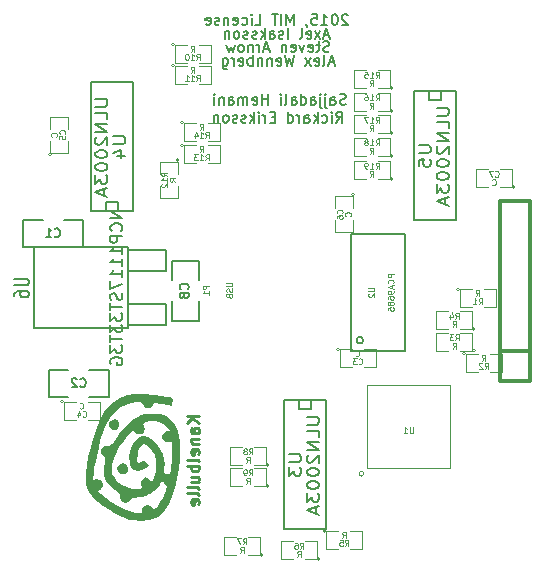
<source format=gbo>
G04 (created by PCBNEW (2013-jul-07)-stable) date tis  3 feb 2015 18:16:58*
%MOIN*%
G04 Gerber Fmt 3.4, Leading zero omitted, Abs format*
%FSLAX34Y34*%
G01*
G70*
G90*
G04 APERTURE LIST*
%ADD10C,0.00590551*%
%ADD11C,0.00984252*%
%ADD12C,0.0039*%
%ADD13C,0.005*%
%ADD14C,0.008*%
%ADD15C,0.012*%
%ADD16C,0.0001*%
%ADD17C,0.004*%
%ADD18C,0.0043*%
%ADD19C,0.00492126*%
G04 APERTURE END LIST*
G54D10*
X81320Y-49922D02*
X81303Y-49905D01*
X81270Y-49889D01*
X81185Y-49889D01*
X81151Y-49905D01*
X81135Y-49922D01*
X81118Y-49956D01*
X81118Y-49990D01*
X81135Y-50040D01*
X81337Y-50243D01*
X81118Y-50243D01*
X80898Y-49889D02*
X80865Y-49889D01*
X80831Y-49905D01*
X80814Y-49922D01*
X80797Y-49956D01*
X80780Y-50024D01*
X80780Y-50108D01*
X80797Y-50175D01*
X80814Y-50209D01*
X80831Y-50226D01*
X80865Y-50243D01*
X80898Y-50243D01*
X80932Y-50226D01*
X80949Y-50209D01*
X80966Y-50175D01*
X80983Y-50108D01*
X80983Y-50024D01*
X80966Y-49956D01*
X80949Y-49922D01*
X80932Y-49905D01*
X80898Y-49889D01*
X80443Y-50243D02*
X80645Y-50243D01*
X80544Y-50243D02*
X80544Y-49889D01*
X80578Y-49939D01*
X80611Y-49973D01*
X80645Y-49990D01*
X80122Y-49889D02*
X80291Y-49889D01*
X80308Y-50057D01*
X80291Y-50040D01*
X80257Y-50024D01*
X80173Y-50024D01*
X80139Y-50040D01*
X80122Y-50057D01*
X80105Y-50091D01*
X80105Y-50175D01*
X80122Y-50209D01*
X80139Y-50226D01*
X80173Y-50243D01*
X80257Y-50243D01*
X80291Y-50226D01*
X80308Y-50209D01*
X79937Y-50226D02*
X79937Y-50243D01*
X79953Y-50277D01*
X79970Y-50294D01*
X79515Y-50243D02*
X79515Y-49889D01*
X79397Y-50142D01*
X79279Y-49889D01*
X79279Y-50243D01*
X79110Y-50243D02*
X79110Y-49889D01*
X78992Y-49889D02*
X78789Y-49889D01*
X78890Y-50243D02*
X78890Y-49889D01*
X78232Y-50243D02*
X78401Y-50243D01*
X78401Y-49889D01*
X78114Y-50243D02*
X78114Y-50007D01*
X78114Y-49889D02*
X78131Y-49905D01*
X78114Y-49922D01*
X78097Y-49905D01*
X78114Y-49889D01*
X78114Y-49922D01*
X77794Y-50226D02*
X77827Y-50243D01*
X77895Y-50243D01*
X77929Y-50226D01*
X77946Y-50209D01*
X77962Y-50175D01*
X77962Y-50074D01*
X77946Y-50040D01*
X77929Y-50024D01*
X77895Y-50007D01*
X77827Y-50007D01*
X77794Y-50024D01*
X77507Y-50226D02*
X77541Y-50243D01*
X77608Y-50243D01*
X77642Y-50226D01*
X77659Y-50192D01*
X77659Y-50057D01*
X77642Y-50024D01*
X77608Y-50007D01*
X77541Y-50007D01*
X77507Y-50024D01*
X77490Y-50057D01*
X77490Y-50091D01*
X77659Y-50125D01*
X77338Y-50007D02*
X77338Y-50243D01*
X77338Y-50040D02*
X77321Y-50024D01*
X77288Y-50007D01*
X77237Y-50007D01*
X77203Y-50024D01*
X77186Y-50057D01*
X77186Y-50243D01*
X77034Y-50226D02*
X77001Y-50243D01*
X76933Y-50243D01*
X76899Y-50226D01*
X76883Y-50192D01*
X76883Y-50175D01*
X76899Y-50142D01*
X76933Y-50125D01*
X76984Y-50125D01*
X77018Y-50108D01*
X77034Y-50074D01*
X77034Y-50057D01*
X77018Y-50024D01*
X76984Y-50007D01*
X76933Y-50007D01*
X76899Y-50024D01*
X76596Y-50226D02*
X76629Y-50243D01*
X76697Y-50243D01*
X76731Y-50226D01*
X76748Y-50192D01*
X76748Y-50057D01*
X76731Y-50024D01*
X76697Y-50007D01*
X76629Y-50007D01*
X76596Y-50024D01*
X76579Y-50057D01*
X76579Y-50091D01*
X76748Y-50125D01*
X80940Y-53493D02*
X81058Y-53324D01*
X81142Y-53493D02*
X81142Y-53139D01*
X81007Y-53139D01*
X80974Y-53155D01*
X80957Y-53172D01*
X80940Y-53206D01*
X80940Y-53257D01*
X80957Y-53290D01*
X80974Y-53307D01*
X81007Y-53324D01*
X81142Y-53324D01*
X80788Y-53493D02*
X80788Y-53257D01*
X80788Y-53139D02*
X80805Y-53155D01*
X80788Y-53172D01*
X80771Y-53155D01*
X80788Y-53139D01*
X80788Y-53172D01*
X80467Y-53476D02*
X80501Y-53493D01*
X80569Y-53493D01*
X80602Y-53476D01*
X80619Y-53459D01*
X80636Y-53425D01*
X80636Y-53324D01*
X80619Y-53290D01*
X80602Y-53274D01*
X80569Y-53257D01*
X80501Y-53257D01*
X80467Y-53274D01*
X80316Y-53493D02*
X80316Y-53139D01*
X80282Y-53358D02*
X80181Y-53493D01*
X80181Y-53257D02*
X80316Y-53392D01*
X79877Y-53493D02*
X79877Y-53307D01*
X79894Y-53274D01*
X79928Y-53257D01*
X79995Y-53257D01*
X80029Y-53274D01*
X79877Y-53476D02*
X79911Y-53493D01*
X79995Y-53493D01*
X80029Y-53476D01*
X80046Y-53442D01*
X80046Y-53409D01*
X80029Y-53375D01*
X79995Y-53358D01*
X79911Y-53358D01*
X79877Y-53341D01*
X79708Y-53493D02*
X79708Y-53257D01*
X79708Y-53324D02*
X79691Y-53290D01*
X79674Y-53274D01*
X79641Y-53257D01*
X79607Y-53257D01*
X79337Y-53493D02*
X79337Y-53139D01*
X79337Y-53476D02*
X79371Y-53493D01*
X79438Y-53493D01*
X79472Y-53476D01*
X79489Y-53459D01*
X79506Y-53425D01*
X79506Y-53324D01*
X79489Y-53290D01*
X79472Y-53274D01*
X79438Y-53257D01*
X79371Y-53257D01*
X79337Y-53274D01*
X78898Y-53307D02*
X78780Y-53307D01*
X78730Y-53493D02*
X78898Y-53493D01*
X78898Y-53139D01*
X78730Y-53139D01*
X78578Y-53493D02*
X78578Y-53257D01*
X78578Y-53324D02*
X78561Y-53290D01*
X78544Y-53274D01*
X78510Y-53257D01*
X78476Y-53257D01*
X78358Y-53493D02*
X78358Y-53257D01*
X78358Y-53139D02*
X78375Y-53155D01*
X78358Y-53172D01*
X78341Y-53155D01*
X78358Y-53139D01*
X78358Y-53172D01*
X78190Y-53493D02*
X78190Y-53139D01*
X78156Y-53358D02*
X78055Y-53493D01*
X78055Y-53257D02*
X78190Y-53392D01*
X77920Y-53476D02*
X77886Y-53493D01*
X77818Y-53493D01*
X77785Y-53476D01*
X77768Y-53442D01*
X77768Y-53425D01*
X77785Y-53392D01*
X77818Y-53375D01*
X77869Y-53375D01*
X77903Y-53358D01*
X77920Y-53324D01*
X77920Y-53307D01*
X77903Y-53274D01*
X77869Y-53257D01*
X77818Y-53257D01*
X77785Y-53274D01*
X77633Y-53476D02*
X77599Y-53493D01*
X77532Y-53493D01*
X77498Y-53476D01*
X77481Y-53442D01*
X77481Y-53425D01*
X77498Y-53392D01*
X77532Y-53375D01*
X77582Y-53375D01*
X77616Y-53358D01*
X77633Y-53324D01*
X77633Y-53307D01*
X77616Y-53274D01*
X77582Y-53257D01*
X77532Y-53257D01*
X77498Y-53274D01*
X77278Y-53493D02*
X77312Y-53476D01*
X77329Y-53459D01*
X77346Y-53425D01*
X77346Y-53324D01*
X77329Y-53290D01*
X77312Y-53274D01*
X77278Y-53257D01*
X77228Y-53257D01*
X77194Y-53274D01*
X77177Y-53290D01*
X77160Y-53324D01*
X77160Y-53425D01*
X77177Y-53459D01*
X77194Y-53476D01*
X77228Y-53493D01*
X77278Y-53493D01*
X77008Y-53257D02*
X77008Y-53493D01*
X77008Y-53290D02*
X76992Y-53274D01*
X76958Y-53257D01*
X76907Y-53257D01*
X76874Y-53274D01*
X76857Y-53307D01*
X76857Y-53493D01*
X81251Y-52876D02*
X81201Y-52893D01*
X81116Y-52893D01*
X81083Y-52876D01*
X81066Y-52859D01*
X81049Y-52825D01*
X81049Y-52792D01*
X81066Y-52758D01*
X81083Y-52741D01*
X81116Y-52724D01*
X81184Y-52707D01*
X81218Y-52690D01*
X81235Y-52674D01*
X81251Y-52640D01*
X81251Y-52606D01*
X81235Y-52572D01*
X81218Y-52555D01*
X81184Y-52539D01*
X81100Y-52539D01*
X81049Y-52555D01*
X80745Y-52893D02*
X80745Y-52707D01*
X80762Y-52674D01*
X80796Y-52657D01*
X80863Y-52657D01*
X80897Y-52674D01*
X80745Y-52876D02*
X80779Y-52893D01*
X80863Y-52893D01*
X80897Y-52876D01*
X80914Y-52842D01*
X80914Y-52809D01*
X80897Y-52775D01*
X80863Y-52758D01*
X80779Y-52758D01*
X80745Y-52741D01*
X80576Y-52657D02*
X80576Y-52960D01*
X80593Y-52994D01*
X80627Y-53011D01*
X80644Y-53011D01*
X80576Y-52539D02*
X80593Y-52555D01*
X80576Y-52572D01*
X80560Y-52555D01*
X80576Y-52539D01*
X80576Y-52572D01*
X80408Y-52657D02*
X80408Y-52960D01*
X80425Y-52994D01*
X80458Y-53011D01*
X80475Y-53011D01*
X80408Y-52539D02*
X80425Y-52555D01*
X80408Y-52572D01*
X80391Y-52555D01*
X80408Y-52539D01*
X80408Y-52572D01*
X80087Y-52893D02*
X80087Y-52707D01*
X80104Y-52674D01*
X80138Y-52657D01*
X80205Y-52657D01*
X80239Y-52674D01*
X80087Y-52876D02*
X80121Y-52893D01*
X80205Y-52893D01*
X80239Y-52876D01*
X80256Y-52842D01*
X80256Y-52809D01*
X80239Y-52775D01*
X80205Y-52758D01*
X80121Y-52758D01*
X80087Y-52741D01*
X79767Y-52893D02*
X79767Y-52539D01*
X79767Y-52876D02*
X79800Y-52893D01*
X79868Y-52893D01*
X79902Y-52876D01*
X79918Y-52859D01*
X79935Y-52825D01*
X79935Y-52724D01*
X79918Y-52690D01*
X79902Y-52674D01*
X79868Y-52657D01*
X79800Y-52657D01*
X79767Y-52674D01*
X79446Y-52893D02*
X79446Y-52707D01*
X79463Y-52674D01*
X79497Y-52657D01*
X79564Y-52657D01*
X79598Y-52674D01*
X79446Y-52876D02*
X79480Y-52893D01*
X79564Y-52893D01*
X79598Y-52876D01*
X79615Y-52842D01*
X79615Y-52809D01*
X79598Y-52775D01*
X79564Y-52758D01*
X79480Y-52758D01*
X79446Y-52741D01*
X79227Y-52893D02*
X79260Y-52876D01*
X79277Y-52842D01*
X79277Y-52539D01*
X79092Y-52893D02*
X79092Y-52657D01*
X79092Y-52539D02*
X79109Y-52555D01*
X79092Y-52572D01*
X79075Y-52555D01*
X79092Y-52539D01*
X79092Y-52572D01*
X78653Y-52893D02*
X78653Y-52539D01*
X78653Y-52707D02*
X78451Y-52707D01*
X78451Y-52893D02*
X78451Y-52539D01*
X78147Y-52876D02*
X78181Y-52893D01*
X78248Y-52893D01*
X78282Y-52876D01*
X78299Y-52842D01*
X78299Y-52707D01*
X78282Y-52674D01*
X78248Y-52657D01*
X78181Y-52657D01*
X78147Y-52674D01*
X78130Y-52707D01*
X78130Y-52741D01*
X78299Y-52775D01*
X77978Y-52893D02*
X77978Y-52657D01*
X77978Y-52690D02*
X77961Y-52674D01*
X77927Y-52657D01*
X77877Y-52657D01*
X77843Y-52674D01*
X77826Y-52707D01*
X77826Y-52893D01*
X77826Y-52707D02*
X77809Y-52674D01*
X77776Y-52657D01*
X77725Y-52657D01*
X77691Y-52674D01*
X77674Y-52707D01*
X77674Y-52893D01*
X77354Y-52893D02*
X77354Y-52707D01*
X77371Y-52674D01*
X77404Y-52657D01*
X77472Y-52657D01*
X77506Y-52674D01*
X77354Y-52876D02*
X77388Y-52893D01*
X77472Y-52893D01*
X77506Y-52876D01*
X77523Y-52842D01*
X77523Y-52809D01*
X77506Y-52775D01*
X77472Y-52758D01*
X77388Y-52758D01*
X77354Y-52741D01*
X77185Y-52657D02*
X77185Y-52893D01*
X77185Y-52690D02*
X77168Y-52674D01*
X77134Y-52657D01*
X77084Y-52657D01*
X77050Y-52674D01*
X77033Y-52707D01*
X77033Y-52893D01*
X76864Y-52893D02*
X76864Y-52657D01*
X76864Y-52539D02*
X76881Y-52555D01*
X76864Y-52572D01*
X76848Y-52555D01*
X76864Y-52539D01*
X76864Y-52572D01*
X80864Y-51492D02*
X80695Y-51492D01*
X80898Y-51593D02*
X80780Y-51239D01*
X80661Y-51593D01*
X80493Y-51593D02*
X80526Y-51576D01*
X80543Y-51542D01*
X80543Y-51239D01*
X80223Y-51576D02*
X80257Y-51593D01*
X80324Y-51593D01*
X80358Y-51576D01*
X80375Y-51542D01*
X80375Y-51407D01*
X80358Y-51374D01*
X80324Y-51357D01*
X80257Y-51357D01*
X80223Y-51374D01*
X80206Y-51407D01*
X80206Y-51441D01*
X80375Y-51475D01*
X80088Y-51593D02*
X79902Y-51357D01*
X80088Y-51357D02*
X79902Y-51593D01*
X79531Y-51239D02*
X79447Y-51593D01*
X79379Y-51340D01*
X79312Y-51593D01*
X79227Y-51239D01*
X78957Y-51576D02*
X78991Y-51593D01*
X79059Y-51593D01*
X79092Y-51576D01*
X79109Y-51542D01*
X79109Y-51407D01*
X79092Y-51374D01*
X79059Y-51357D01*
X78991Y-51357D01*
X78957Y-51374D01*
X78940Y-51407D01*
X78940Y-51441D01*
X79109Y-51475D01*
X78789Y-51357D02*
X78789Y-51593D01*
X78789Y-51390D02*
X78772Y-51374D01*
X78738Y-51357D01*
X78687Y-51357D01*
X78654Y-51374D01*
X78637Y-51407D01*
X78637Y-51593D01*
X78468Y-51357D02*
X78468Y-51593D01*
X78468Y-51390D02*
X78451Y-51374D01*
X78417Y-51357D01*
X78367Y-51357D01*
X78333Y-51374D01*
X78316Y-51407D01*
X78316Y-51593D01*
X78147Y-51593D02*
X78147Y-51239D01*
X78147Y-51374D02*
X78114Y-51357D01*
X78046Y-51357D01*
X78012Y-51374D01*
X77996Y-51390D01*
X77979Y-51424D01*
X77979Y-51525D01*
X77996Y-51559D01*
X78012Y-51576D01*
X78046Y-51593D01*
X78114Y-51593D01*
X78147Y-51576D01*
X77692Y-51576D02*
X77726Y-51593D01*
X77793Y-51593D01*
X77827Y-51576D01*
X77844Y-51542D01*
X77844Y-51407D01*
X77827Y-51374D01*
X77793Y-51357D01*
X77726Y-51357D01*
X77692Y-51374D01*
X77675Y-51407D01*
X77675Y-51441D01*
X77844Y-51475D01*
X77523Y-51593D02*
X77523Y-51357D01*
X77523Y-51424D02*
X77506Y-51390D01*
X77489Y-51374D01*
X77456Y-51357D01*
X77422Y-51357D01*
X77152Y-51357D02*
X77152Y-51644D01*
X77169Y-51677D01*
X77186Y-51694D01*
X77219Y-51711D01*
X77270Y-51711D01*
X77304Y-51694D01*
X77152Y-51576D02*
X77186Y-51593D01*
X77253Y-51593D01*
X77287Y-51576D01*
X77304Y-51559D01*
X77321Y-51525D01*
X77321Y-51424D01*
X77304Y-51390D01*
X77287Y-51374D01*
X77253Y-51357D01*
X77186Y-51357D01*
X77152Y-51374D01*
X80704Y-51126D02*
X80653Y-51143D01*
X80569Y-51143D01*
X80535Y-51126D01*
X80518Y-51109D01*
X80501Y-51075D01*
X80501Y-51042D01*
X80518Y-51008D01*
X80535Y-50991D01*
X80569Y-50974D01*
X80636Y-50957D01*
X80670Y-50940D01*
X80687Y-50924D01*
X80704Y-50890D01*
X80704Y-50856D01*
X80687Y-50822D01*
X80670Y-50805D01*
X80636Y-50789D01*
X80552Y-50789D01*
X80501Y-50805D01*
X80400Y-50907D02*
X80265Y-50907D01*
X80349Y-50789D02*
X80349Y-51092D01*
X80332Y-51126D01*
X80299Y-51143D01*
X80265Y-51143D01*
X80012Y-51126D02*
X80046Y-51143D01*
X80113Y-51143D01*
X80147Y-51126D01*
X80164Y-51092D01*
X80164Y-50957D01*
X80147Y-50924D01*
X80113Y-50907D01*
X80046Y-50907D01*
X80012Y-50924D01*
X79995Y-50957D01*
X79995Y-50991D01*
X80164Y-51025D01*
X79877Y-50907D02*
X79793Y-51143D01*
X79708Y-50907D01*
X79438Y-51126D02*
X79472Y-51143D01*
X79539Y-51143D01*
X79573Y-51126D01*
X79590Y-51092D01*
X79590Y-50957D01*
X79573Y-50924D01*
X79539Y-50907D01*
X79472Y-50907D01*
X79438Y-50924D01*
X79421Y-50957D01*
X79421Y-50991D01*
X79590Y-51025D01*
X79269Y-50907D02*
X79269Y-51143D01*
X79269Y-50940D02*
X79253Y-50924D01*
X79219Y-50907D01*
X79168Y-50907D01*
X79134Y-50924D01*
X79118Y-50957D01*
X79118Y-51143D01*
X78696Y-51042D02*
X78527Y-51042D01*
X78730Y-51143D02*
X78611Y-50789D01*
X78493Y-51143D01*
X78375Y-51143D02*
X78375Y-50907D01*
X78375Y-50974D02*
X78358Y-50940D01*
X78341Y-50924D01*
X78308Y-50907D01*
X78274Y-50907D01*
X78156Y-50907D02*
X78156Y-51143D01*
X78156Y-50940D02*
X78139Y-50924D01*
X78105Y-50907D01*
X78055Y-50907D01*
X78021Y-50924D01*
X78004Y-50957D01*
X78004Y-51143D01*
X77785Y-51143D02*
X77818Y-51126D01*
X77835Y-51109D01*
X77852Y-51075D01*
X77852Y-50974D01*
X77835Y-50940D01*
X77818Y-50924D01*
X77785Y-50907D01*
X77734Y-50907D01*
X77700Y-50924D01*
X77683Y-50940D01*
X77667Y-50974D01*
X77667Y-51075D01*
X77683Y-51109D01*
X77700Y-51126D01*
X77734Y-51143D01*
X77785Y-51143D01*
X77548Y-50907D02*
X77481Y-51143D01*
X77413Y-50974D01*
X77346Y-51143D01*
X77278Y-50907D01*
X80696Y-50592D02*
X80527Y-50592D01*
X80730Y-50693D02*
X80611Y-50339D01*
X80493Y-50693D01*
X80409Y-50693D02*
X80223Y-50457D01*
X80409Y-50457D02*
X80223Y-50693D01*
X79953Y-50676D02*
X79987Y-50693D01*
X80055Y-50693D01*
X80088Y-50676D01*
X80105Y-50642D01*
X80105Y-50507D01*
X80088Y-50474D01*
X80055Y-50457D01*
X79987Y-50457D01*
X79953Y-50474D01*
X79937Y-50507D01*
X79937Y-50541D01*
X80105Y-50575D01*
X79734Y-50693D02*
X79768Y-50676D01*
X79785Y-50642D01*
X79785Y-50339D01*
X79329Y-50693D02*
X79329Y-50339D01*
X79177Y-50676D02*
X79144Y-50693D01*
X79076Y-50693D01*
X79042Y-50676D01*
X79025Y-50642D01*
X79025Y-50625D01*
X79042Y-50592D01*
X79076Y-50575D01*
X79127Y-50575D01*
X79160Y-50558D01*
X79177Y-50524D01*
X79177Y-50507D01*
X79160Y-50474D01*
X79127Y-50457D01*
X79076Y-50457D01*
X79042Y-50474D01*
X78722Y-50693D02*
X78722Y-50507D01*
X78739Y-50474D01*
X78772Y-50457D01*
X78840Y-50457D01*
X78874Y-50474D01*
X78722Y-50676D02*
X78755Y-50693D01*
X78840Y-50693D01*
X78874Y-50676D01*
X78890Y-50642D01*
X78890Y-50609D01*
X78874Y-50575D01*
X78840Y-50558D01*
X78755Y-50558D01*
X78722Y-50541D01*
X78553Y-50693D02*
X78553Y-50339D01*
X78519Y-50558D02*
X78418Y-50693D01*
X78418Y-50457D02*
X78553Y-50592D01*
X78283Y-50676D02*
X78249Y-50693D01*
X78182Y-50693D01*
X78148Y-50676D01*
X78131Y-50642D01*
X78131Y-50625D01*
X78148Y-50592D01*
X78182Y-50575D01*
X78232Y-50575D01*
X78266Y-50558D01*
X78283Y-50524D01*
X78283Y-50507D01*
X78266Y-50474D01*
X78232Y-50457D01*
X78182Y-50457D01*
X78148Y-50474D01*
X77996Y-50676D02*
X77962Y-50693D01*
X77895Y-50693D01*
X77861Y-50676D01*
X77844Y-50642D01*
X77844Y-50625D01*
X77861Y-50592D01*
X77895Y-50575D01*
X77946Y-50575D01*
X77979Y-50558D01*
X77996Y-50524D01*
X77996Y-50507D01*
X77979Y-50474D01*
X77946Y-50457D01*
X77895Y-50457D01*
X77861Y-50474D01*
X77642Y-50693D02*
X77676Y-50676D01*
X77692Y-50659D01*
X77709Y-50625D01*
X77709Y-50524D01*
X77692Y-50490D01*
X77676Y-50474D01*
X77642Y-50457D01*
X77591Y-50457D01*
X77557Y-50474D01*
X77541Y-50490D01*
X77524Y-50524D01*
X77524Y-50625D01*
X77541Y-50659D01*
X77557Y-50676D01*
X77591Y-50693D01*
X77642Y-50693D01*
X77372Y-50457D02*
X77372Y-50693D01*
X77372Y-50490D02*
X77355Y-50474D01*
X77321Y-50457D01*
X77271Y-50457D01*
X77237Y-50474D01*
X77220Y-50507D01*
X77220Y-50693D01*
G54D11*
X76359Y-63287D02*
X75965Y-63287D01*
X76359Y-63512D02*
X76134Y-63343D01*
X75965Y-63512D02*
X76190Y-63287D01*
X76359Y-63850D02*
X76153Y-63850D01*
X76115Y-63831D01*
X76096Y-63793D01*
X76096Y-63718D01*
X76115Y-63681D01*
X76340Y-63850D02*
X76359Y-63812D01*
X76359Y-63718D01*
X76340Y-63681D01*
X76303Y-63662D01*
X76265Y-63662D01*
X76228Y-63681D01*
X76209Y-63718D01*
X76209Y-63812D01*
X76190Y-63850D01*
X76096Y-64037D02*
X76359Y-64037D01*
X76134Y-64037D02*
X76115Y-64056D01*
X76096Y-64093D01*
X76096Y-64150D01*
X76115Y-64187D01*
X76153Y-64206D01*
X76359Y-64206D01*
X76340Y-64543D02*
X76359Y-64506D01*
X76359Y-64431D01*
X76340Y-64393D01*
X76303Y-64375D01*
X76153Y-64375D01*
X76115Y-64393D01*
X76096Y-64431D01*
X76096Y-64506D01*
X76115Y-64543D01*
X76153Y-64562D01*
X76190Y-64562D01*
X76228Y-64375D01*
X76359Y-64787D02*
X76340Y-64749D01*
X76303Y-64731D01*
X75965Y-64731D01*
X76359Y-64937D02*
X75965Y-64937D01*
X76115Y-64937D02*
X76096Y-64974D01*
X76096Y-65049D01*
X76115Y-65087D01*
X76134Y-65106D01*
X76171Y-65124D01*
X76284Y-65124D01*
X76321Y-65106D01*
X76340Y-65087D01*
X76359Y-65049D01*
X76359Y-64974D01*
X76340Y-64937D01*
X76096Y-65462D02*
X76359Y-65462D01*
X76096Y-65293D02*
X76303Y-65293D01*
X76340Y-65312D01*
X76359Y-65349D01*
X76359Y-65406D01*
X76340Y-65443D01*
X76321Y-65462D01*
X76359Y-65706D02*
X76340Y-65668D01*
X76303Y-65649D01*
X75965Y-65649D01*
X76359Y-65912D02*
X76340Y-65874D01*
X76303Y-65856D01*
X75965Y-65856D01*
X76340Y-66212D02*
X76359Y-66174D01*
X76359Y-66099D01*
X76340Y-66062D01*
X76303Y-66043D01*
X76153Y-66043D01*
X76115Y-66062D01*
X76096Y-66099D01*
X76096Y-66174D01*
X76115Y-66212D01*
X76153Y-66231D01*
X76190Y-66231D01*
X76228Y-66043D01*
G54D12*
X81855Y-65199D02*
G75*
G03X81855Y-65199I-79J0D01*
G74*
G01*
X81973Y-65002D02*
X81973Y-62248D01*
X81973Y-62248D02*
X84727Y-62248D01*
X84727Y-62248D02*
X84727Y-65002D01*
X84727Y-65002D02*
X81973Y-65002D01*
G54D13*
X83225Y-57200D02*
X83225Y-61100D01*
X83225Y-61100D02*
X81425Y-61100D01*
X81425Y-61100D02*
X81425Y-57200D01*
X81425Y-57200D02*
X83225Y-57200D01*
X81836Y-60750D02*
G75*
G03X81836Y-60750I-111J0D01*
G74*
G01*
G54D14*
X79200Y-62750D02*
X79200Y-67050D01*
X79200Y-67050D02*
X80600Y-67050D01*
X80600Y-67050D02*
X80600Y-62750D01*
X80600Y-62750D02*
X79200Y-62750D01*
X79700Y-62750D02*
X79700Y-63050D01*
X79700Y-63050D02*
X80100Y-63050D01*
X80100Y-63050D02*
X80100Y-62750D01*
X74150Y-56450D02*
X74150Y-52150D01*
X74150Y-52150D02*
X72750Y-52150D01*
X72750Y-52150D02*
X72750Y-56450D01*
X72750Y-56450D02*
X74150Y-56450D01*
X73650Y-56450D02*
X73650Y-56150D01*
X73650Y-56150D02*
X73250Y-56150D01*
X73250Y-56150D02*
X73250Y-56450D01*
X83525Y-52450D02*
X83525Y-56750D01*
X83525Y-56750D02*
X84925Y-56750D01*
X84925Y-56750D02*
X84925Y-52450D01*
X84925Y-52450D02*
X83525Y-52450D01*
X84025Y-52450D02*
X84025Y-52750D01*
X84025Y-52750D02*
X84425Y-52750D01*
X84425Y-52750D02*
X84425Y-52450D01*
G54D12*
X80600Y-67100D02*
G75*
G03X80600Y-67100I-50J0D01*
G74*
G01*
X81000Y-67100D02*
X80600Y-67100D01*
X80600Y-67100D02*
X80600Y-67700D01*
X80600Y-67700D02*
X81000Y-67700D01*
X81400Y-67700D02*
X81800Y-67700D01*
X81800Y-67700D02*
X81800Y-67100D01*
X81800Y-67100D02*
X81400Y-67100D01*
X80400Y-68050D02*
G75*
G03X80400Y-68050I-50J0D01*
G74*
G01*
X79900Y-68050D02*
X80300Y-68050D01*
X80300Y-68050D02*
X80300Y-67450D01*
X80300Y-67450D02*
X79900Y-67450D01*
X79500Y-67450D02*
X79100Y-67450D01*
X79100Y-67450D02*
X79100Y-68050D01*
X79100Y-68050D02*
X79500Y-68050D01*
X78500Y-67900D02*
G75*
G03X78500Y-67900I-50J0D01*
G74*
G01*
X78000Y-67900D02*
X78400Y-67900D01*
X78400Y-67900D02*
X78400Y-67300D01*
X78400Y-67300D02*
X78000Y-67300D01*
X77600Y-67300D02*
X77200Y-67300D01*
X77200Y-67300D02*
X77200Y-67900D01*
X77200Y-67900D02*
X77600Y-67900D01*
X78700Y-64900D02*
G75*
G03X78700Y-64900I-50J0D01*
G74*
G01*
X78200Y-64900D02*
X78600Y-64900D01*
X78600Y-64900D02*
X78600Y-64300D01*
X78600Y-64300D02*
X78200Y-64300D01*
X77800Y-64300D02*
X77400Y-64300D01*
X77400Y-64300D02*
X77400Y-64900D01*
X77400Y-64900D02*
X77800Y-64900D01*
X78700Y-65600D02*
G75*
G03X78700Y-65600I-50J0D01*
G74*
G01*
X78200Y-65600D02*
X78600Y-65600D01*
X78600Y-65600D02*
X78600Y-65000D01*
X78600Y-65000D02*
X78200Y-65000D01*
X77800Y-65000D02*
X77400Y-65000D01*
X77400Y-65000D02*
X77400Y-65600D01*
X77400Y-65600D02*
X77800Y-65600D01*
X85575Y-60375D02*
G75*
G03X85575Y-60375I-50J0D01*
G74*
G01*
X85075Y-60375D02*
X85475Y-60375D01*
X85475Y-60375D02*
X85475Y-59775D01*
X85475Y-59775D02*
X85075Y-59775D01*
X84675Y-59775D02*
X84275Y-59775D01*
X84275Y-59775D02*
X84275Y-60375D01*
X84275Y-60375D02*
X84675Y-60375D01*
X85575Y-61100D02*
G75*
G03X85575Y-61100I-50J0D01*
G74*
G01*
X85075Y-61100D02*
X85475Y-61100D01*
X85475Y-61100D02*
X85475Y-60500D01*
X85475Y-60500D02*
X85075Y-60500D01*
X84675Y-60500D02*
X84275Y-60500D01*
X84275Y-60500D02*
X84275Y-61100D01*
X84275Y-61100D02*
X84675Y-61100D01*
X85250Y-61200D02*
G75*
G03X85250Y-61200I-50J0D01*
G74*
G01*
X85650Y-61200D02*
X85250Y-61200D01*
X85250Y-61200D02*
X85250Y-61800D01*
X85250Y-61800D02*
X85650Y-61800D01*
X86050Y-61800D02*
X86450Y-61800D01*
X86450Y-61800D02*
X86450Y-61200D01*
X86450Y-61200D02*
X86050Y-61200D01*
X85050Y-59050D02*
G75*
G03X85050Y-59050I-50J0D01*
G74*
G01*
X85450Y-59050D02*
X85050Y-59050D01*
X85050Y-59050D02*
X85050Y-59650D01*
X85050Y-59650D02*
X85450Y-59650D01*
X85850Y-59650D02*
X86250Y-59650D01*
X86250Y-59650D02*
X86250Y-59050D01*
X86250Y-59050D02*
X85850Y-59050D01*
X75550Y-50900D02*
G75*
G03X75550Y-50900I-50J0D01*
G74*
G01*
X75950Y-50900D02*
X75550Y-50900D01*
X75550Y-50900D02*
X75550Y-51500D01*
X75550Y-51500D02*
X75950Y-51500D01*
X76350Y-51500D02*
X76750Y-51500D01*
X76750Y-51500D02*
X76750Y-50900D01*
X76750Y-50900D02*
X76350Y-50900D01*
X75550Y-51600D02*
G75*
G03X75550Y-51600I-50J0D01*
G74*
G01*
X75950Y-51600D02*
X75550Y-51600D01*
X75550Y-51600D02*
X75550Y-52200D01*
X75550Y-52200D02*
X75950Y-52200D01*
X76350Y-52200D02*
X76750Y-52200D01*
X76750Y-52200D02*
X76750Y-51600D01*
X76750Y-51600D02*
X76350Y-51600D01*
X75700Y-54750D02*
G75*
G03X75700Y-54750I-50J0D01*
G74*
G01*
X75650Y-55200D02*
X75650Y-54800D01*
X75650Y-54800D02*
X75050Y-54800D01*
X75050Y-54800D02*
X75050Y-55200D01*
X75050Y-55600D02*
X75050Y-56000D01*
X75050Y-56000D02*
X75650Y-56000D01*
X75650Y-56000D02*
X75650Y-55600D01*
X75850Y-54250D02*
G75*
G03X75850Y-54250I-50J0D01*
G74*
G01*
X76250Y-54250D02*
X75850Y-54250D01*
X75850Y-54250D02*
X75850Y-54850D01*
X75850Y-54850D02*
X76250Y-54850D01*
X76650Y-54850D02*
X77050Y-54850D01*
X77050Y-54850D02*
X77050Y-54250D01*
X77050Y-54250D02*
X76650Y-54250D01*
X75850Y-53500D02*
G75*
G03X75850Y-53500I-50J0D01*
G74*
G01*
X76250Y-53500D02*
X75850Y-53500D01*
X75850Y-53500D02*
X75850Y-54100D01*
X75850Y-54100D02*
X76250Y-54100D01*
X76650Y-54100D02*
X77050Y-54100D01*
X77050Y-54100D02*
X77050Y-53500D01*
X77050Y-53500D02*
X76650Y-53500D01*
X82825Y-52350D02*
G75*
G03X82825Y-52350I-50J0D01*
G74*
G01*
X82325Y-52350D02*
X82725Y-52350D01*
X82725Y-52350D02*
X82725Y-51750D01*
X82725Y-51750D02*
X82325Y-51750D01*
X81925Y-51750D02*
X81525Y-51750D01*
X81525Y-51750D02*
X81525Y-52350D01*
X81525Y-52350D02*
X81925Y-52350D01*
X82825Y-53100D02*
G75*
G03X82825Y-53100I-50J0D01*
G74*
G01*
X82325Y-53100D02*
X82725Y-53100D01*
X82725Y-53100D02*
X82725Y-52500D01*
X82725Y-52500D02*
X82325Y-52500D01*
X81925Y-52500D02*
X81525Y-52500D01*
X81525Y-52500D02*
X81525Y-53100D01*
X81525Y-53100D02*
X81925Y-53100D01*
X82825Y-53850D02*
G75*
G03X82825Y-53850I-50J0D01*
G74*
G01*
X82325Y-53850D02*
X82725Y-53850D01*
X82725Y-53850D02*
X82725Y-53250D01*
X82725Y-53250D02*
X82325Y-53250D01*
X81925Y-53250D02*
X81525Y-53250D01*
X81525Y-53250D02*
X81525Y-53850D01*
X81525Y-53850D02*
X81925Y-53850D01*
X82825Y-54600D02*
G75*
G03X82825Y-54600I-50J0D01*
G74*
G01*
X82325Y-54600D02*
X82725Y-54600D01*
X82725Y-54600D02*
X82725Y-54000D01*
X82725Y-54000D02*
X82325Y-54000D01*
X81925Y-54000D02*
X81525Y-54000D01*
X81525Y-54000D02*
X81525Y-54600D01*
X81525Y-54600D02*
X81925Y-54600D01*
X82825Y-55375D02*
G75*
G03X82825Y-55375I-50J0D01*
G74*
G01*
X82325Y-55375D02*
X82725Y-55375D01*
X82725Y-55375D02*
X82725Y-54775D01*
X82725Y-54775D02*
X82325Y-54775D01*
X81925Y-54775D02*
X81525Y-54775D01*
X81525Y-54775D02*
X81525Y-55375D01*
X81525Y-55375D02*
X81925Y-55375D01*
G54D13*
X71350Y-62650D02*
X71350Y-61750D01*
X71350Y-61750D02*
X72000Y-61750D01*
X72700Y-62650D02*
X73350Y-62650D01*
X73350Y-62650D02*
X73350Y-61750D01*
X73350Y-61750D02*
X72700Y-61750D01*
X72000Y-62650D02*
X71350Y-62650D01*
X70500Y-57650D02*
X70500Y-56750D01*
X70500Y-56750D02*
X71150Y-56750D01*
X71850Y-57650D02*
X72500Y-57650D01*
X72500Y-57650D02*
X72500Y-56750D01*
X72500Y-56750D02*
X71850Y-56750D01*
X71150Y-57650D02*
X70500Y-57650D01*
G54D12*
X81050Y-61050D02*
G75*
G03X81050Y-61050I-50J0D01*
G74*
G01*
X81450Y-61050D02*
X81050Y-61050D01*
X81050Y-61050D02*
X81050Y-61650D01*
X81050Y-61650D02*
X81450Y-61650D01*
X81850Y-61650D02*
X82250Y-61650D01*
X82250Y-61650D02*
X82250Y-61050D01*
X82250Y-61050D02*
X81850Y-61050D01*
X71850Y-62800D02*
G75*
G03X71850Y-62800I-50J0D01*
G74*
G01*
X72250Y-62800D02*
X71850Y-62800D01*
X71850Y-62800D02*
X71850Y-63400D01*
X71850Y-63400D02*
X72250Y-63400D01*
X72650Y-63400D02*
X73050Y-63400D01*
X73050Y-63400D02*
X73050Y-62800D01*
X73050Y-62800D02*
X72650Y-62800D01*
X71450Y-54550D02*
G75*
G03X71450Y-54550I-50J0D01*
G74*
G01*
X71400Y-54100D02*
X71400Y-54500D01*
X71400Y-54500D02*
X72000Y-54500D01*
X72000Y-54500D02*
X72000Y-54100D01*
X72000Y-53700D02*
X72000Y-53300D01*
X72000Y-53300D02*
X71400Y-53300D01*
X71400Y-53300D02*
X71400Y-53700D01*
X81550Y-55900D02*
G75*
G03X81550Y-55900I-50J0D01*
G74*
G01*
X81500Y-56350D02*
X81500Y-55950D01*
X81500Y-55950D02*
X80900Y-55950D01*
X80900Y-55950D02*
X80900Y-56350D01*
X80900Y-56750D02*
X80900Y-57150D01*
X80900Y-57150D02*
X81500Y-57150D01*
X81500Y-57150D02*
X81500Y-56750D01*
X86900Y-55650D02*
G75*
G03X86900Y-55650I-50J0D01*
G74*
G01*
X86400Y-55650D02*
X86800Y-55650D01*
X86800Y-55650D02*
X86800Y-55050D01*
X86800Y-55050D02*
X86400Y-55050D01*
X86000Y-55050D02*
X85600Y-55050D01*
X85600Y-55050D02*
X85600Y-55650D01*
X85600Y-55650D02*
X86000Y-55650D01*
G54D13*
X76350Y-60100D02*
X75450Y-60100D01*
X75450Y-60100D02*
X75450Y-59450D01*
X76350Y-58750D02*
X76350Y-58100D01*
X76350Y-58100D02*
X75450Y-58100D01*
X75450Y-58100D02*
X75450Y-58750D01*
X76350Y-59450D02*
X76350Y-60100D01*
X74000Y-59550D02*
X75250Y-59550D01*
X75250Y-59550D02*
X75250Y-60250D01*
X75250Y-60250D02*
X74000Y-60250D01*
X74000Y-57750D02*
X75250Y-57750D01*
X75250Y-57750D02*
X75250Y-58450D01*
X75250Y-58450D02*
X74000Y-58450D01*
X71600Y-60350D02*
X74000Y-60350D01*
X74000Y-60350D02*
X74000Y-57650D01*
X74000Y-57650D02*
X70900Y-57650D01*
X70850Y-57650D02*
X70850Y-60350D01*
X70900Y-60350D02*
X71600Y-60350D01*
G54D15*
X86400Y-62100D02*
X87400Y-62100D01*
X87400Y-62100D02*
X87400Y-56100D01*
X87400Y-56100D02*
X86400Y-56100D01*
X86400Y-56100D02*
X86400Y-62100D01*
X86400Y-61100D02*
X87400Y-61100D01*
G54D16*
G36*
X74532Y-62535D02*
X74879Y-62566D01*
X75116Y-62603D01*
X75284Y-62633D01*
X75397Y-62656D01*
X75464Y-62676D01*
X75496Y-62694D01*
X75503Y-62715D01*
X75501Y-62727D01*
X75484Y-62788D01*
X75470Y-62853D01*
X75451Y-62939D01*
X75159Y-62883D01*
X74866Y-62827D01*
X74838Y-62905D01*
X74782Y-62984D01*
X74696Y-63017D01*
X74603Y-63004D01*
X74520Y-62948D01*
X74483Y-62892D01*
X74450Y-62829D01*
X74412Y-62800D01*
X74349Y-62796D01*
X74266Y-62805D01*
X73991Y-62866D01*
X73754Y-62976D01*
X73551Y-63140D01*
X73380Y-63359D01*
X73237Y-63637D01*
X73199Y-63731D01*
X73141Y-63904D01*
X73079Y-64117D01*
X73017Y-64353D01*
X72960Y-64595D01*
X72913Y-64824D01*
X72878Y-65022D01*
X72862Y-65149D01*
X72841Y-65404D01*
X72954Y-65391D01*
X73064Y-65403D01*
X73139Y-65457D01*
X73173Y-65537D01*
X73162Y-65626D01*
X73101Y-65707D01*
X73051Y-65739D01*
X72970Y-65779D01*
X73091Y-65889D01*
X73253Y-66020D01*
X73445Y-66149D01*
X73653Y-66268D01*
X73863Y-66372D01*
X74061Y-66452D01*
X74233Y-66502D01*
X74341Y-66516D01*
X74416Y-66509D01*
X74446Y-66477D01*
X74450Y-66435D01*
X74479Y-66352D01*
X74551Y-66283D01*
X74643Y-66250D01*
X74657Y-66250D01*
X74723Y-66272D01*
X74783Y-66316D01*
X74840Y-66365D01*
X74877Y-66383D01*
X74933Y-66353D01*
X75002Y-66272D01*
X75079Y-66151D01*
X75155Y-66001D01*
X75223Y-65835D01*
X75246Y-65768D01*
X75302Y-65600D01*
X75210Y-65511D01*
X75150Y-65457D01*
X75120Y-65446D01*
X75102Y-65476D01*
X75097Y-65490D01*
X75048Y-65579D01*
X74960Y-65684D01*
X74851Y-65787D01*
X74740Y-65869D01*
X74703Y-65890D01*
X74590Y-65932D01*
X74446Y-65964D01*
X74350Y-65976D01*
X74214Y-65993D01*
X74130Y-66020D01*
X74089Y-66055D01*
X73999Y-66141D01*
X73899Y-66163D01*
X73835Y-66145D01*
X73750Y-66076D01*
X73721Y-65979D01*
X73731Y-65922D01*
X73725Y-65863D01*
X73671Y-65825D01*
X73547Y-65746D01*
X73420Y-65630D01*
X73315Y-65502D01*
X73279Y-65442D01*
X73210Y-65240D01*
X73190Y-65011D01*
X73213Y-64819D01*
X73232Y-64716D01*
X73232Y-64655D01*
X73208Y-64614D01*
X73167Y-64577D01*
X73097Y-64493D01*
X73093Y-64403D01*
X73153Y-64313D01*
X73234Y-64261D01*
X73319Y-64262D01*
X73367Y-64267D01*
X73409Y-64254D01*
X73454Y-64212D01*
X73515Y-64132D01*
X73586Y-64029D01*
X73776Y-63777D01*
X73979Y-63561D01*
X74186Y-63391D01*
X74336Y-63300D01*
X74441Y-63250D01*
X74533Y-63220D01*
X74634Y-63206D01*
X74770Y-63201D01*
X74833Y-63200D01*
X74992Y-63203D01*
X75106Y-63215D01*
X75196Y-63239D01*
X75275Y-63276D01*
X75430Y-63393D01*
X75477Y-63453D01*
X74745Y-63453D01*
X74589Y-63486D01*
X74519Y-63515D01*
X74503Y-63548D01*
X74529Y-63609D01*
X74531Y-63613D01*
X74555Y-63714D01*
X74527Y-63800D01*
X74463Y-63860D01*
X74377Y-63884D01*
X74285Y-63864D01*
X74224Y-63817D01*
X74158Y-63747D01*
X74002Y-63921D01*
X73849Y-64112D01*
X73712Y-64326D01*
X73596Y-64547D01*
X73510Y-64761D01*
X73460Y-64953D01*
X73450Y-65061D01*
X73477Y-65209D01*
X73546Y-65359D01*
X73642Y-65482D01*
X73682Y-65516D01*
X73806Y-65584D01*
X73968Y-65646D01*
X74139Y-65693D01*
X74290Y-65716D01*
X74317Y-65716D01*
X74411Y-65707D01*
X74466Y-65682D01*
X74469Y-65650D01*
X74450Y-65634D01*
X74418Y-65579D01*
X74419Y-65498D01*
X74449Y-65415D01*
X74490Y-65368D01*
X74578Y-65323D01*
X74651Y-65332D01*
X74732Y-65396D01*
X74812Y-65476D01*
X74871Y-65355D01*
X74905Y-65252D01*
X74932Y-65111D01*
X74944Y-64989D01*
X74939Y-64767D01*
X74894Y-64586D01*
X74804Y-64431D01*
X74718Y-64335D01*
X74608Y-64249D01*
X74517Y-64225D01*
X74440Y-64264D01*
X74373Y-64368D01*
X74370Y-64374D01*
X74341Y-64467D01*
X74320Y-64582D01*
X74309Y-64697D01*
X74312Y-64791D01*
X74328Y-64839D01*
X74366Y-64837D01*
X74432Y-64804D01*
X74436Y-64801D01*
X74497Y-64766D01*
X74540Y-64768D01*
X74592Y-64812D01*
X74612Y-64832D01*
X74700Y-64920D01*
X74606Y-65001D01*
X74470Y-65087D01*
X74335Y-65111D01*
X74210Y-65073D01*
X74107Y-64979D01*
X74068Y-64905D01*
X74048Y-64806D01*
X74043Y-64670D01*
X74065Y-64458D01*
X74125Y-64272D01*
X74216Y-64120D01*
X74332Y-64011D01*
X74467Y-63955D01*
X74526Y-63950D01*
X74673Y-63981D01*
X74821Y-64066D01*
X74960Y-64196D01*
X75079Y-64360D01*
X75165Y-64547D01*
X75168Y-64554D01*
X75202Y-64703D01*
X75214Y-64885D01*
X75211Y-65000D01*
X75209Y-65141D01*
X75214Y-65226D01*
X75228Y-65250D01*
X75231Y-65248D01*
X75288Y-65222D01*
X75336Y-65216D01*
X75375Y-65210D01*
X75401Y-65181D01*
X75421Y-65116D01*
X75439Y-65001D01*
X75442Y-64975D01*
X75458Y-64821D01*
X75468Y-64637D01*
X75471Y-64459D01*
X75471Y-64433D01*
X75467Y-64291D01*
X75461Y-64203D01*
X75448Y-64158D01*
X75427Y-64143D01*
X75403Y-64144D01*
X75285Y-64140D01*
X75194Y-64094D01*
X75142Y-64018D01*
X75138Y-63924D01*
X75166Y-63862D01*
X75242Y-63797D01*
X75302Y-63783D01*
X75387Y-63783D01*
X75326Y-63679D01*
X75231Y-63574D01*
X75090Y-63499D01*
X74923Y-63457D01*
X74745Y-63453D01*
X75477Y-63453D01*
X75562Y-63561D01*
X75658Y-63763D01*
X75670Y-63797D01*
X75700Y-63936D01*
X75721Y-64123D01*
X75733Y-64339D01*
X75736Y-64567D01*
X75729Y-64787D01*
X75711Y-64982D01*
X75703Y-65033D01*
X75636Y-65375D01*
X75552Y-65690D01*
X75456Y-65971D01*
X75349Y-66209D01*
X75236Y-66396D01*
X75132Y-66513D01*
X74980Y-66629D01*
X74828Y-66705D01*
X74657Y-66748D01*
X74445Y-66763D01*
X74383Y-66764D01*
X74198Y-66757D01*
X74036Y-66733D01*
X73881Y-66689D01*
X73718Y-66616D01*
X73530Y-66512D01*
X73387Y-66424D01*
X73169Y-66281D01*
X73002Y-66159D01*
X72875Y-66047D01*
X72781Y-65939D01*
X72708Y-65826D01*
X72706Y-65823D01*
X72644Y-65685D01*
X72605Y-65534D01*
X72588Y-65363D01*
X72594Y-65163D01*
X72623Y-64926D01*
X72676Y-64646D01*
X72753Y-64315D01*
X72785Y-64189D01*
X72880Y-63852D01*
X72980Y-63572D01*
X73088Y-63339D01*
X73210Y-63142D01*
X73343Y-62978D01*
X73531Y-62805D01*
X73737Y-62676D01*
X73968Y-62588D01*
X74230Y-62542D01*
X74532Y-62535D01*
X74532Y-62535D01*
X74532Y-62535D01*
G37*
G36*
X73578Y-63386D02*
X73661Y-63411D01*
X73676Y-63423D01*
X73712Y-63500D01*
X73708Y-63597D01*
X73668Y-63682D01*
X73655Y-63695D01*
X73572Y-63744D01*
X73485Y-63733D01*
X73424Y-63698D01*
X73363Y-63620D01*
X73355Y-63524D01*
X73401Y-63436D01*
X73402Y-63436D01*
X73480Y-63394D01*
X73578Y-63386D01*
X73578Y-63386D01*
X73578Y-63386D01*
G37*
G36*
X73823Y-64850D02*
X73912Y-64871D01*
X73961Y-64911D01*
X74010Y-65007D01*
X74001Y-65107D01*
X73962Y-65166D01*
X73878Y-65209D01*
X73779Y-65206D01*
X73693Y-65161D01*
X73661Y-65119D01*
X73641Y-65020D01*
X73672Y-64936D01*
X73737Y-64876D01*
X73823Y-64850D01*
X73823Y-64850D01*
X73823Y-64850D01*
G37*
G54D17*
X83502Y-63655D02*
X83502Y-63817D01*
X83492Y-63836D01*
X83483Y-63846D01*
X83464Y-63855D01*
X83426Y-63855D01*
X83407Y-63846D01*
X83397Y-63836D01*
X83388Y-63817D01*
X83388Y-63655D01*
X83188Y-63855D02*
X83302Y-63855D01*
X83245Y-63855D02*
X83245Y-63655D01*
X83264Y-63684D01*
X83283Y-63703D01*
X83302Y-63713D01*
G54D12*
X82007Y-58999D02*
X82167Y-58999D01*
X82185Y-59009D01*
X82195Y-59018D01*
X82204Y-59037D01*
X82204Y-59074D01*
X82195Y-59093D01*
X82185Y-59103D01*
X82167Y-59112D01*
X82007Y-59112D01*
X82026Y-59196D02*
X82017Y-59206D01*
X82007Y-59225D01*
X82007Y-59271D01*
X82017Y-59290D01*
X82026Y-59300D01*
X82045Y-59309D01*
X82064Y-59309D01*
X82092Y-59300D01*
X82204Y-59187D01*
X82204Y-59309D01*
X82854Y-58540D02*
X82657Y-58540D01*
X82657Y-58615D01*
X82667Y-58634D01*
X82676Y-58643D01*
X82695Y-58652D01*
X82723Y-58652D01*
X82742Y-58643D01*
X82751Y-58634D01*
X82760Y-58615D01*
X82760Y-58540D01*
X82835Y-58849D02*
X82845Y-58840D01*
X82854Y-58812D01*
X82854Y-58793D01*
X82845Y-58765D01*
X82826Y-58746D01*
X82807Y-58737D01*
X82770Y-58727D01*
X82742Y-58727D01*
X82704Y-58737D01*
X82685Y-58746D01*
X82667Y-58765D01*
X82657Y-58793D01*
X82657Y-58812D01*
X82667Y-58840D01*
X82676Y-58849D01*
X82798Y-58924D02*
X82798Y-59018D01*
X82854Y-58906D02*
X82657Y-58971D01*
X82854Y-59037D01*
X82854Y-59112D02*
X82854Y-59150D01*
X82845Y-59168D01*
X82835Y-59178D01*
X82807Y-59196D01*
X82770Y-59206D01*
X82695Y-59206D01*
X82676Y-59196D01*
X82667Y-59187D01*
X82657Y-59168D01*
X82657Y-59131D01*
X82667Y-59112D01*
X82676Y-59103D01*
X82695Y-59093D01*
X82742Y-59093D01*
X82760Y-59103D01*
X82770Y-59112D01*
X82779Y-59131D01*
X82779Y-59168D01*
X82770Y-59187D01*
X82760Y-59196D01*
X82742Y-59206D01*
X82657Y-59375D02*
X82657Y-59337D01*
X82667Y-59318D01*
X82676Y-59309D01*
X82704Y-59290D01*
X82742Y-59281D01*
X82817Y-59281D01*
X82835Y-59290D01*
X82845Y-59300D01*
X82854Y-59318D01*
X82854Y-59356D01*
X82845Y-59375D01*
X82835Y-59384D01*
X82817Y-59393D01*
X82770Y-59393D01*
X82751Y-59384D01*
X82742Y-59375D01*
X82732Y-59356D01*
X82732Y-59318D01*
X82742Y-59300D01*
X82751Y-59290D01*
X82770Y-59281D01*
X82742Y-59506D02*
X82732Y-59487D01*
X82723Y-59478D01*
X82704Y-59468D01*
X82695Y-59468D01*
X82676Y-59478D01*
X82667Y-59487D01*
X82657Y-59506D01*
X82657Y-59544D01*
X82667Y-59562D01*
X82676Y-59572D01*
X82695Y-59581D01*
X82704Y-59581D01*
X82723Y-59572D01*
X82732Y-59562D01*
X82742Y-59544D01*
X82742Y-59506D01*
X82751Y-59487D01*
X82760Y-59478D01*
X82779Y-59468D01*
X82817Y-59468D01*
X82835Y-59478D01*
X82845Y-59487D01*
X82854Y-59506D01*
X82854Y-59544D01*
X82845Y-59562D01*
X82835Y-59572D01*
X82817Y-59581D01*
X82779Y-59581D01*
X82760Y-59572D01*
X82751Y-59562D01*
X82742Y-59544D01*
X82657Y-59759D02*
X82657Y-59665D01*
X82751Y-59656D01*
X82742Y-59665D01*
X82732Y-59684D01*
X82732Y-59731D01*
X82742Y-59750D01*
X82751Y-59759D01*
X82770Y-59769D01*
X82817Y-59769D01*
X82835Y-59759D01*
X82845Y-59750D01*
X82854Y-59731D01*
X82854Y-59684D01*
X82845Y-59665D01*
X82835Y-59656D01*
G54D13*
X79361Y-64557D02*
X79685Y-64557D01*
X79723Y-64578D01*
X79742Y-64600D01*
X79761Y-64642D01*
X79761Y-64728D01*
X79742Y-64771D01*
X79723Y-64792D01*
X79685Y-64814D01*
X79361Y-64814D01*
X79361Y-64985D02*
X79361Y-65264D01*
X79514Y-65114D01*
X79514Y-65178D01*
X79533Y-65221D01*
X79552Y-65242D01*
X79590Y-65264D01*
X79685Y-65264D01*
X79723Y-65242D01*
X79742Y-65221D01*
X79761Y-65178D01*
X79761Y-65050D01*
X79742Y-65007D01*
X79723Y-64985D01*
X79961Y-63303D02*
X80285Y-63303D01*
X80323Y-63325D01*
X80342Y-63346D01*
X80361Y-63389D01*
X80361Y-63475D01*
X80342Y-63517D01*
X80323Y-63539D01*
X80285Y-63560D01*
X79961Y-63560D01*
X80361Y-63989D02*
X80361Y-63775D01*
X79961Y-63775D01*
X80361Y-64139D02*
X79961Y-64139D01*
X80361Y-64396D01*
X79961Y-64396D01*
X80000Y-64589D02*
X79980Y-64610D01*
X79961Y-64653D01*
X79961Y-64760D01*
X79980Y-64803D01*
X80000Y-64825D01*
X80038Y-64846D01*
X80076Y-64846D01*
X80133Y-64825D01*
X80361Y-64567D01*
X80361Y-64846D01*
X79961Y-65125D02*
X79961Y-65167D01*
X79980Y-65210D01*
X80000Y-65232D01*
X80038Y-65253D01*
X80114Y-65275D01*
X80209Y-65275D01*
X80285Y-65253D01*
X80323Y-65232D01*
X80342Y-65210D01*
X80361Y-65167D01*
X80361Y-65125D01*
X80342Y-65082D01*
X80323Y-65060D01*
X80285Y-65039D01*
X80209Y-65017D01*
X80114Y-65017D01*
X80038Y-65039D01*
X80000Y-65060D01*
X79980Y-65082D01*
X79961Y-65125D01*
X79961Y-65553D02*
X79961Y-65596D01*
X79980Y-65639D01*
X80000Y-65660D01*
X80038Y-65682D01*
X80114Y-65703D01*
X80209Y-65703D01*
X80285Y-65682D01*
X80323Y-65660D01*
X80342Y-65639D01*
X80361Y-65596D01*
X80361Y-65553D01*
X80342Y-65510D01*
X80323Y-65489D01*
X80285Y-65467D01*
X80209Y-65446D01*
X80114Y-65446D01*
X80038Y-65467D01*
X80000Y-65489D01*
X79980Y-65510D01*
X79961Y-65553D01*
X79961Y-65853D02*
X79961Y-66132D01*
X80114Y-65982D01*
X80114Y-66046D01*
X80133Y-66089D01*
X80152Y-66110D01*
X80190Y-66132D01*
X80285Y-66132D01*
X80323Y-66110D01*
X80342Y-66089D01*
X80361Y-66046D01*
X80361Y-65917D01*
X80342Y-65875D01*
X80323Y-65853D01*
X80247Y-66303D02*
X80247Y-66517D01*
X80361Y-66260D02*
X79961Y-66410D01*
X80361Y-66560D01*
X73511Y-53957D02*
X73835Y-53957D01*
X73873Y-53978D01*
X73892Y-54000D01*
X73911Y-54042D01*
X73911Y-54128D01*
X73892Y-54171D01*
X73873Y-54192D01*
X73835Y-54214D01*
X73511Y-54214D01*
X73645Y-54621D02*
X73911Y-54621D01*
X73492Y-54514D02*
X73778Y-54407D01*
X73778Y-54685D01*
X72911Y-52703D02*
X73235Y-52703D01*
X73273Y-52725D01*
X73292Y-52746D01*
X73311Y-52789D01*
X73311Y-52875D01*
X73292Y-52917D01*
X73273Y-52939D01*
X73235Y-52960D01*
X72911Y-52960D01*
X73311Y-53389D02*
X73311Y-53175D01*
X72911Y-53175D01*
X73311Y-53539D02*
X72911Y-53539D01*
X73311Y-53796D01*
X72911Y-53796D01*
X72950Y-53989D02*
X72930Y-54010D01*
X72911Y-54053D01*
X72911Y-54160D01*
X72930Y-54203D01*
X72950Y-54225D01*
X72988Y-54246D01*
X73026Y-54246D01*
X73083Y-54225D01*
X73311Y-53967D01*
X73311Y-54246D01*
X72911Y-54525D02*
X72911Y-54567D01*
X72930Y-54610D01*
X72950Y-54632D01*
X72988Y-54653D01*
X73064Y-54675D01*
X73159Y-54675D01*
X73235Y-54653D01*
X73273Y-54632D01*
X73292Y-54610D01*
X73311Y-54567D01*
X73311Y-54525D01*
X73292Y-54482D01*
X73273Y-54460D01*
X73235Y-54439D01*
X73159Y-54417D01*
X73064Y-54417D01*
X72988Y-54439D01*
X72950Y-54460D01*
X72930Y-54482D01*
X72911Y-54525D01*
X72911Y-54953D02*
X72911Y-54996D01*
X72930Y-55039D01*
X72950Y-55060D01*
X72988Y-55082D01*
X73064Y-55103D01*
X73159Y-55103D01*
X73235Y-55082D01*
X73273Y-55060D01*
X73292Y-55039D01*
X73311Y-54996D01*
X73311Y-54953D01*
X73292Y-54910D01*
X73273Y-54889D01*
X73235Y-54867D01*
X73159Y-54846D01*
X73064Y-54846D01*
X72988Y-54867D01*
X72950Y-54889D01*
X72930Y-54910D01*
X72911Y-54953D01*
X72911Y-55253D02*
X72911Y-55532D01*
X73064Y-55382D01*
X73064Y-55446D01*
X73083Y-55489D01*
X73102Y-55510D01*
X73140Y-55532D01*
X73235Y-55532D01*
X73273Y-55510D01*
X73292Y-55489D01*
X73311Y-55446D01*
X73311Y-55317D01*
X73292Y-55275D01*
X73273Y-55253D01*
X73197Y-55703D02*
X73197Y-55917D01*
X73311Y-55660D02*
X72911Y-55810D01*
X73311Y-55960D01*
X83686Y-54257D02*
X84010Y-54257D01*
X84048Y-54278D01*
X84067Y-54300D01*
X84086Y-54342D01*
X84086Y-54428D01*
X84067Y-54471D01*
X84048Y-54492D01*
X84010Y-54514D01*
X83686Y-54514D01*
X83686Y-54942D02*
X83686Y-54728D01*
X83877Y-54707D01*
X83858Y-54728D01*
X83839Y-54771D01*
X83839Y-54878D01*
X83858Y-54921D01*
X83877Y-54942D01*
X83915Y-54964D01*
X84010Y-54964D01*
X84048Y-54942D01*
X84067Y-54921D01*
X84086Y-54878D01*
X84086Y-54771D01*
X84067Y-54728D01*
X84048Y-54707D01*
X84286Y-53003D02*
X84610Y-53003D01*
X84648Y-53025D01*
X84667Y-53046D01*
X84686Y-53089D01*
X84686Y-53175D01*
X84667Y-53217D01*
X84648Y-53239D01*
X84610Y-53260D01*
X84286Y-53260D01*
X84686Y-53689D02*
X84686Y-53475D01*
X84286Y-53475D01*
X84686Y-53839D02*
X84286Y-53839D01*
X84686Y-54096D01*
X84286Y-54096D01*
X84325Y-54289D02*
X84305Y-54310D01*
X84286Y-54353D01*
X84286Y-54460D01*
X84305Y-54503D01*
X84325Y-54525D01*
X84363Y-54546D01*
X84401Y-54546D01*
X84458Y-54525D01*
X84686Y-54267D01*
X84686Y-54546D01*
X84286Y-54825D02*
X84286Y-54867D01*
X84305Y-54910D01*
X84325Y-54932D01*
X84363Y-54953D01*
X84439Y-54975D01*
X84534Y-54975D01*
X84610Y-54953D01*
X84648Y-54932D01*
X84667Y-54910D01*
X84686Y-54867D01*
X84686Y-54825D01*
X84667Y-54782D01*
X84648Y-54760D01*
X84610Y-54739D01*
X84534Y-54717D01*
X84439Y-54717D01*
X84363Y-54739D01*
X84325Y-54760D01*
X84305Y-54782D01*
X84286Y-54825D01*
X84286Y-55253D02*
X84286Y-55296D01*
X84305Y-55339D01*
X84325Y-55360D01*
X84363Y-55382D01*
X84439Y-55403D01*
X84534Y-55403D01*
X84610Y-55382D01*
X84648Y-55360D01*
X84667Y-55339D01*
X84686Y-55296D01*
X84686Y-55253D01*
X84667Y-55210D01*
X84648Y-55189D01*
X84610Y-55167D01*
X84534Y-55146D01*
X84439Y-55146D01*
X84363Y-55167D01*
X84325Y-55189D01*
X84305Y-55210D01*
X84286Y-55253D01*
X84286Y-55553D02*
X84286Y-55832D01*
X84439Y-55682D01*
X84439Y-55746D01*
X84458Y-55789D01*
X84477Y-55810D01*
X84515Y-55832D01*
X84610Y-55832D01*
X84648Y-55810D01*
X84667Y-55789D01*
X84686Y-55746D01*
X84686Y-55617D01*
X84667Y-55575D01*
X84648Y-55553D01*
X84572Y-56003D02*
X84572Y-56217D01*
X84686Y-55960D02*
X84286Y-56110D01*
X84686Y-56260D01*
G54D18*
X81232Y-67604D02*
X81298Y-67510D01*
X81345Y-67604D02*
X81345Y-67407D01*
X81270Y-67407D01*
X81251Y-67417D01*
X81242Y-67426D01*
X81232Y-67445D01*
X81232Y-67473D01*
X81242Y-67492D01*
X81251Y-67501D01*
X81270Y-67510D01*
X81345Y-67510D01*
X81054Y-67407D02*
X81148Y-67407D01*
X81157Y-67501D01*
X81148Y-67492D01*
X81129Y-67482D01*
X81082Y-67482D01*
X81063Y-67492D01*
X81054Y-67501D01*
X81045Y-67520D01*
X81045Y-67567D01*
X81054Y-67585D01*
X81063Y-67595D01*
X81082Y-67604D01*
X81129Y-67604D01*
X81148Y-67595D01*
X81157Y-67585D01*
X81139Y-67329D02*
X81204Y-67235D01*
X81251Y-67329D02*
X81251Y-67132D01*
X81176Y-67132D01*
X81157Y-67142D01*
X81148Y-67151D01*
X81139Y-67170D01*
X81139Y-67198D01*
X81148Y-67217D01*
X81157Y-67226D01*
X81176Y-67235D01*
X81251Y-67235D01*
X79732Y-67704D02*
X79798Y-67610D01*
X79845Y-67704D02*
X79845Y-67507D01*
X79770Y-67507D01*
X79751Y-67517D01*
X79742Y-67526D01*
X79732Y-67545D01*
X79732Y-67573D01*
X79742Y-67592D01*
X79751Y-67601D01*
X79770Y-67610D01*
X79845Y-67610D01*
X79563Y-67507D02*
X79601Y-67507D01*
X79620Y-67517D01*
X79629Y-67526D01*
X79648Y-67554D01*
X79657Y-67592D01*
X79657Y-67667D01*
X79648Y-67685D01*
X79639Y-67695D01*
X79620Y-67704D01*
X79582Y-67704D01*
X79563Y-67695D01*
X79554Y-67685D01*
X79545Y-67667D01*
X79545Y-67620D01*
X79554Y-67601D01*
X79563Y-67592D01*
X79582Y-67582D01*
X79620Y-67582D01*
X79639Y-67592D01*
X79648Y-67601D01*
X79657Y-67620D01*
X79639Y-67979D02*
X79704Y-67885D01*
X79751Y-67979D02*
X79751Y-67782D01*
X79676Y-67782D01*
X79657Y-67792D01*
X79648Y-67801D01*
X79639Y-67820D01*
X79639Y-67848D01*
X79648Y-67867D01*
X79657Y-67876D01*
X79676Y-67885D01*
X79751Y-67885D01*
X77832Y-67554D02*
X77898Y-67460D01*
X77945Y-67554D02*
X77945Y-67357D01*
X77870Y-67357D01*
X77851Y-67367D01*
X77842Y-67376D01*
X77832Y-67395D01*
X77832Y-67423D01*
X77842Y-67442D01*
X77851Y-67451D01*
X77870Y-67460D01*
X77945Y-67460D01*
X77767Y-67357D02*
X77635Y-67357D01*
X77720Y-67554D01*
X77739Y-67829D02*
X77804Y-67735D01*
X77851Y-67829D02*
X77851Y-67632D01*
X77776Y-67632D01*
X77757Y-67642D01*
X77748Y-67651D01*
X77739Y-67670D01*
X77739Y-67698D01*
X77748Y-67717D01*
X77757Y-67726D01*
X77776Y-67735D01*
X77851Y-67735D01*
X78032Y-64554D02*
X78098Y-64460D01*
X78145Y-64554D02*
X78145Y-64357D01*
X78070Y-64357D01*
X78051Y-64367D01*
X78042Y-64376D01*
X78032Y-64395D01*
X78032Y-64423D01*
X78042Y-64442D01*
X78051Y-64451D01*
X78070Y-64460D01*
X78145Y-64460D01*
X77920Y-64442D02*
X77939Y-64432D01*
X77948Y-64423D01*
X77957Y-64404D01*
X77957Y-64395D01*
X77948Y-64376D01*
X77939Y-64367D01*
X77920Y-64357D01*
X77882Y-64357D01*
X77863Y-64367D01*
X77854Y-64376D01*
X77845Y-64395D01*
X77845Y-64404D01*
X77854Y-64423D01*
X77863Y-64432D01*
X77882Y-64442D01*
X77920Y-64442D01*
X77939Y-64451D01*
X77948Y-64460D01*
X77957Y-64479D01*
X77957Y-64517D01*
X77948Y-64535D01*
X77939Y-64545D01*
X77920Y-64554D01*
X77882Y-64554D01*
X77863Y-64545D01*
X77854Y-64535D01*
X77845Y-64517D01*
X77845Y-64479D01*
X77854Y-64460D01*
X77863Y-64451D01*
X77882Y-64442D01*
X77939Y-64829D02*
X78004Y-64735D01*
X78051Y-64829D02*
X78051Y-64632D01*
X77976Y-64632D01*
X77957Y-64642D01*
X77948Y-64651D01*
X77939Y-64670D01*
X77939Y-64698D01*
X77948Y-64717D01*
X77957Y-64726D01*
X77976Y-64735D01*
X78051Y-64735D01*
X78032Y-65254D02*
X78098Y-65160D01*
X78145Y-65254D02*
X78145Y-65057D01*
X78070Y-65057D01*
X78051Y-65067D01*
X78042Y-65076D01*
X78032Y-65095D01*
X78032Y-65123D01*
X78042Y-65142D01*
X78051Y-65151D01*
X78070Y-65160D01*
X78145Y-65160D01*
X77939Y-65254D02*
X77901Y-65254D01*
X77882Y-65245D01*
X77873Y-65235D01*
X77854Y-65207D01*
X77845Y-65170D01*
X77845Y-65095D01*
X77854Y-65076D01*
X77863Y-65067D01*
X77882Y-65057D01*
X77920Y-65057D01*
X77939Y-65067D01*
X77948Y-65076D01*
X77957Y-65095D01*
X77957Y-65142D01*
X77948Y-65160D01*
X77939Y-65170D01*
X77920Y-65179D01*
X77882Y-65179D01*
X77863Y-65170D01*
X77854Y-65160D01*
X77845Y-65142D01*
X77939Y-65529D02*
X78004Y-65435D01*
X78051Y-65529D02*
X78051Y-65332D01*
X77976Y-65332D01*
X77957Y-65342D01*
X77948Y-65351D01*
X77939Y-65370D01*
X77939Y-65398D01*
X77948Y-65417D01*
X77957Y-65426D01*
X77976Y-65435D01*
X78051Y-65435D01*
X84907Y-60029D02*
X84973Y-59935D01*
X85020Y-60029D02*
X85020Y-59832D01*
X84945Y-59832D01*
X84926Y-59842D01*
X84917Y-59851D01*
X84907Y-59870D01*
X84907Y-59898D01*
X84917Y-59917D01*
X84926Y-59926D01*
X84945Y-59935D01*
X85020Y-59935D01*
X84738Y-59898D02*
X84738Y-60029D01*
X84785Y-59823D02*
X84832Y-59964D01*
X84710Y-59964D01*
X84814Y-60304D02*
X84879Y-60210D01*
X84926Y-60304D02*
X84926Y-60107D01*
X84851Y-60107D01*
X84832Y-60117D01*
X84823Y-60126D01*
X84814Y-60145D01*
X84814Y-60173D01*
X84823Y-60192D01*
X84832Y-60201D01*
X84851Y-60210D01*
X84926Y-60210D01*
X84907Y-60754D02*
X84973Y-60660D01*
X85020Y-60754D02*
X85020Y-60557D01*
X84945Y-60557D01*
X84926Y-60567D01*
X84917Y-60576D01*
X84907Y-60595D01*
X84907Y-60623D01*
X84917Y-60642D01*
X84926Y-60651D01*
X84945Y-60660D01*
X85020Y-60660D01*
X84842Y-60557D02*
X84720Y-60557D01*
X84785Y-60632D01*
X84757Y-60632D01*
X84738Y-60642D01*
X84729Y-60651D01*
X84720Y-60670D01*
X84720Y-60717D01*
X84729Y-60735D01*
X84738Y-60745D01*
X84757Y-60754D01*
X84814Y-60754D01*
X84832Y-60745D01*
X84842Y-60735D01*
X84814Y-61029D02*
X84879Y-60935D01*
X84926Y-61029D02*
X84926Y-60832D01*
X84851Y-60832D01*
X84832Y-60842D01*
X84823Y-60851D01*
X84814Y-60870D01*
X84814Y-60898D01*
X84823Y-60917D01*
X84832Y-60926D01*
X84851Y-60935D01*
X84926Y-60935D01*
X85882Y-61704D02*
X85948Y-61610D01*
X85995Y-61704D02*
X85995Y-61507D01*
X85920Y-61507D01*
X85901Y-61517D01*
X85892Y-61526D01*
X85882Y-61545D01*
X85882Y-61573D01*
X85892Y-61592D01*
X85901Y-61601D01*
X85920Y-61610D01*
X85995Y-61610D01*
X85807Y-61526D02*
X85798Y-61517D01*
X85779Y-61507D01*
X85732Y-61507D01*
X85713Y-61517D01*
X85704Y-61526D01*
X85695Y-61545D01*
X85695Y-61564D01*
X85704Y-61592D01*
X85817Y-61704D01*
X85695Y-61704D01*
X85789Y-61429D02*
X85854Y-61335D01*
X85901Y-61429D02*
X85901Y-61232D01*
X85826Y-61232D01*
X85807Y-61242D01*
X85798Y-61251D01*
X85789Y-61270D01*
X85789Y-61298D01*
X85798Y-61317D01*
X85807Y-61326D01*
X85826Y-61335D01*
X85901Y-61335D01*
X85682Y-59554D02*
X85748Y-59460D01*
X85795Y-59554D02*
X85795Y-59357D01*
X85720Y-59357D01*
X85701Y-59367D01*
X85692Y-59376D01*
X85682Y-59395D01*
X85682Y-59423D01*
X85692Y-59442D01*
X85701Y-59451D01*
X85720Y-59460D01*
X85795Y-59460D01*
X85495Y-59554D02*
X85607Y-59554D01*
X85551Y-59554D02*
X85551Y-59357D01*
X85570Y-59385D01*
X85589Y-59404D01*
X85607Y-59414D01*
X85589Y-59279D02*
X85654Y-59185D01*
X85701Y-59279D02*
X85701Y-59082D01*
X85626Y-59082D01*
X85607Y-59092D01*
X85598Y-59101D01*
X85589Y-59120D01*
X85589Y-59148D01*
X85598Y-59167D01*
X85607Y-59176D01*
X85626Y-59185D01*
X85701Y-59185D01*
X76276Y-51404D02*
X76342Y-51310D01*
X76389Y-51404D02*
X76389Y-51207D01*
X76314Y-51207D01*
X76295Y-51217D01*
X76286Y-51226D01*
X76276Y-51245D01*
X76276Y-51273D01*
X76286Y-51292D01*
X76295Y-51301D01*
X76314Y-51310D01*
X76389Y-51310D01*
X76089Y-51404D02*
X76201Y-51404D01*
X76145Y-51404D02*
X76145Y-51207D01*
X76164Y-51235D01*
X76182Y-51254D01*
X76201Y-51264D01*
X75967Y-51207D02*
X75948Y-51207D01*
X75929Y-51217D01*
X75920Y-51226D01*
X75910Y-51245D01*
X75901Y-51282D01*
X75901Y-51329D01*
X75910Y-51367D01*
X75920Y-51385D01*
X75929Y-51395D01*
X75948Y-51404D01*
X75967Y-51404D01*
X75985Y-51395D01*
X75995Y-51385D01*
X76004Y-51367D01*
X76013Y-51329D01*
X76013Y-51282D01*
X76004Y-51245D01*
X75995Y-51226D01*
X75985Y-51217D01*
X75967Y-51207D01*
X76089Y-51129D02*
X76154Y-51035D01*
X76201Y-51129D02*
X76201Y-50932D01*
X76126Y-50932D01*
X76107Y-50942D01*
X76098Y-50951D01*
X76089Y-50970D01*
X76089Y-50998D01*
X76098Y-51017D01*
X76107Y-51026D01*
X76126Y-51035D01*
X76201Y-51035D01*
X76276Y-52104D02*
X76342Y-52010D01*
X76389Y-52104D02*
X76389Y-51907D01*
X76314Y-51907D01*
X76295Y-51917D01*
X76286Y-51926D01*
X76276Y-51945D01*
X76276Y-51973D01*
X76286Y-51992D01*
X76295Y-52001D01*
X76314Y-52010D01*
X76389Y-52010D01*
X76089Y-52104D02*
X76201Y-52104D01*
X76145Y-52104D02*
X76145Y-51907D01*
X76164Y-51935D01*
X76182Y-51954D01*
X76201Y-51964D01*
X75901Y-52104D02*
X76013Y-52104D01*
X75957Y-52104D02*
X75957Y-51907D01*
X75976Y-51935D01*
X75995Y-51954D01*
X76013Y-51964D01*
X76089Y-51829D02*
X76154Y-51735D01*
X76201Y-51829D02*
X76201Y-51632D01*
X76126Y-51632D01*
X76107Y-51642D01*
X76098Y-51651D01*
X76089Y-51670D01*
X76089Y-51698D01*
X76098Y-51717D01*
X76107Y-51726D01*
X76126Y-51735D01*
X76201Y-51735D01*
X75304Y-55273D02*
X75210Y-55207D01*
X75304Y-55160D02*
X75107Y-55160D01*
X75107Y-55235D01*
X75117Y-55254D01*
X75126Y-55263D01*
X75145Y-55273D01*
X75173Y-55273D01*
X75192Y-55263D01*
X75201Y-55254D01*
X75210Y-55235D01*
X75210Y-55160D01*
X75304Y-55460D02*
X75304Y-55348D01*
X75304Y-55404D02*
X75107Y-55404D01*
X75135Y-55385D01*
X75154Y-55367D01*
X75164Y-55348D01*
X75126Y-55536D02*
X75117Y-55545D01*
X75107Y-55564D01*
X75107Y-55611D01*
X75117Y-55629D01*
X75126Y-55639D01*
X75145Y-55648D01*
X75164Y-55648D01*
X75192Y-55639D01*
X75304Y-55526D01*
X75304Y-55648D01*
X75579Y-55460D02*
X75485Y-55395D01*
X75579Y-55348D02*
X75382Y-55348D01*
X75382Y-55423D01*
X75392Y-55442D01*
X75401Y-55451D01*
X75420Y-55460D01*
X75448Y-55460D01*
X75467Y-55451D01*
X75476Y-55442D01*
X75485Y-55423D01*
X75485Y-55348D01*
X76576Y-54754D02*
X76642Y-54660D01*
X76689Y-54754D02*
X76689Y-54557D01*
X76614Y-54557D01*
X76595Y-54567D01*
X76586Y-54576D01*
X76576Y-54595D01*
X76576Y-54623D01*
X76586Y-54642D01*
X76595Y-54651D01*
X76614Y-54660D01*
X76689Y-54660D01*
X76389Y-54754D02*
X76501Y-54754D01*
X76445Y-54754D02*
X76445Y-54557D01*
X76464Y-54585D01*
X76482Y-54604D01*
X76501Y-54614D01*
X76323Y-54557D02*
X76201Y-54557D01*
X76267Y-54632D01*
X76238Y-54632D01*
X76220Y-54642D01*
X76210Y-54651D01*
X76201Y-54670D01*
X76201Y-54717D01*
X76210Y-54735D01*
X76220Y-54745D01*
X76238Y-54754D01*
X76295Y-54754D01*
X76313Y-54745D01*
X76323Y-54735D01*
X76389Y-54479D02*
X76454Y-54385D01*
X76501Y-54479D02*
X76501Y-54282D01*
X76426Y-54282D01*
X76407Y-54292D01*
X76398Y-54301D01*
X76389Y-54320D01*
X76389Y-54348D01*
X76398Y-54367D01*
X76407Y-54376D01*
X76426Y-54385D01*
X76501Y-54385D01*
X76576Y-54004D02*
X76642Y-53910D01*
X76689Y-54004D02*
X76689Y-53807D01*
X76614Y-53807D01*
X76595Y-53817D01*
X76586Y-53826D01*
X76576Y-53845D01*
X76576Y-53873D01*
X76586Y-53892D01*
X76595Y-53901D01*
X76614Y-53910D01*
X76689Y-53910D01*
X76389Y-54004D02*
X76501Y-54004D01*
X76445Y-54004D02*
X76445Y-53807D01*
X76464Y-53835D01*
X76482Y-53854D01*
X76501Y-53864D01*
X76220Y-53873D02*
X76220Y-54004D01*
X76267Y-53798D02*
X76313Y-53939D01*
X76192Y-53939D01*
X76389Y-53729D02*
X76454Y-53635D01*
X76501Y-53729D02*
X76501Y-53532D01*
X76426Y-53532D01*
X76407Y-53542D01*
X76398Y-53551D01*
X76389Y-53570D01*
X76389Y-53598D01*
X76398Y-53617D01*
X76407Y-53626D01*
X76426Y-53635D01*
X76501Y-53635D01*
X82251Y-52004D02*
X82317Y-51910D01*
X82364Y-52004D02*
X82364Y-51807D01*
X82289Y-51807D01*
X82270Y-51817D01*
X82261Y-51826D01*
X82251Y-51845D01*
X82251Y-51873D01*
X82261Y-51892D01*
X82270Y-51901D01*
X82289Y-51910D01*
X82364Y-51910D01*
X82064Y-52004D02*
X82176Y-52004D01*
X82120Y-52004D02*
X82120Y-51807D01*
X82139Y-51835D01*
X82157Y-51854D01*
X82176Y-51864D01*
X81885Y-51807D02*
X81979Y-51807D01*
X81988Y-51901D01*
X81979Y-51892D01*
X81960Y-51882D01*
X81913Y-51882D01*
X81895Y-51892D01*
X81885Y-51901D01*
X81876Y-51920D01*
X81876Y-51967D01*
X81885Y-51985D01*
X81895Y-51995D01*
X81913Y-52004D01*
X81960Y-52004D01*
X81979Y-51995D01*
X81988Y-51985D01*
X82064Y-52279D02*
X82129Y-52185D01*
X82176Y-52279D02*
X82176Y-52082D01*
X82101Y-52082D01*
X82082Y-52092D01*
X82073Y-52101D01*
X82064Y-52120D01*
X82064Y-52148D01*
X82073Y-52167D01*
X82082Y-52176D01*
X82101Y-52185D01*
X82176Y-52185D01*
X82251Y-52754D02*
X82317Y-52660D01*
X82364Y-52754D02*
X82364Y-52557D01*
X82289Y-52557D01*
X82270Y-52567D01*
X82261Y-52576D01*
X82251Y-52595D01*
X82251Y-52623D01*
X82261Y-52642D01*
X82270Y-52651D01*
X82289Y-52660D01*
X82364Y-52660D01*
X82064Y-52754D02*
X82176Y-52754D01*
X82120Y-52754D02*
X82120Y-52557D01*
X82139Y-52585D01*
X82157Y-52604D01*
X82176Y-52614D01*
X81895Y-52557D02*
X81932Y-52557D01*
X81951Y-52567D01*
X81960Y-52576D01*
X81979Y-52604D01*
X81988Y-52642D01*
X81988Y-52717D01*
X81979Y-52735D01*
X81970Y-52745D01*
X81951Y-52754D01*
X81913Y-52754D01*
X81895Y-52745D01*
X81885Y-52735D01*
X81876Y-52717D01*
X81876Y-52670D01*
X81885Y-52651D01*
X81895Y-52642D01*
X81913Y-52632D01*
X81951Y-52632D01*
X81970Y-52642D01*
X81979Y-52651D01*
X81988Y-52670D01*
X82064Y-53029D02*
X82129Y-52935D01*
X82176Y-53029D02*
X82176Y-52832D01*
X82101Y-52832D01*
X82082Y-52842D01*
X82073Y-52851D01*
X82064Y-52870D01*
X82064Y-52898D01*
X82073Y-52917D01*
X82082Y-52926D01*
X82101Y-52935D01*
X82176Y-52935D01*
X82251Y-53504D02*
X82317Y-53410D01*
X82364Y-53504D02*
X82364Y-53307D01*
X82289Y-53307D01*
X82270Y-53317D01*
X82261Y-53326D01*
X82251Y-53345D01*
X82251Y-53373D01*
X82261Y-53392D01*
X82270Y-53401D01*
X82289Y-53410D01*
X82364Y-53410D01*
X82064Y-53504D02*
X82176Y-53504D01*
X82120Y-53504D02*
X82120Y-53307D01*
X82139Y-53335D01*
X82157Y-53354D01*
X82176Y-53364D01*
X81998Y-53307D02*
X81867Y-53307D01*
X81951Y-53504D01*
X82064Y-53779D02*
X82129Y-53685D01*
X82176Y-53779D02*
X82176Y-53582D01*
X82101Y-53582D01*
X82082Y-53592D01*
X82073Y-53601D01*
X82064Y-53620D01*
X82064Y-53648D01*
X82073Y-53667D01*
X82082Y-53676D01*
X82101Y-53685D01*
X82176Y-53685D01*
X82251Y-54254D02*
X82317Y-54160D01*
X82364Y-54254D02*
X82364Y-54057D01*
X82289Y-54057D01*
X82270Y-54067D01*
X82261Y-54076D01*
X82251Y-54095D01*
X82251Y-54123D01*
X82261Y-54142D01*
X82270Y-54151D01*
X82289Y-54160D01*
X82364Y-54160D01*
X82064Y-54254D02*
X82176Y-54254D01*
X82120Y-54254D02*
X82120Y-54057D01*
X82139Y-54085D01*
X82157Y-54104D01*
X82176Y-54114D01*
X81951Y-54142D02*
X81970Y-54132D01*
X81979Y-54123D01*
X81988Y-54104D01*
X81988Y-54095D01*
X81979Y-54076D01*
X81970Y-54067D01*
X81951Y-54057D01*
X81913Y-54057D01*
X81895Y-54067D01*
X81885Y-54076D01*
X81876Y-54095D01*
X81876Y-54104D01*
X81885Y-54123D01*
X81895Y-54132D01*
X81913Y-54142D01*
X81951Y-54142D01*
X81970Y-54151D01*
X81979Y-54160D01*
X81988Y-54179D01*
X81988Y-54217D01*
X81979Y-54235D01*
X81970Y-54245D01*
X81951Y-54254D01*
X81913Y-54254D01*
X81895Y-54245D01*
X81885Y-54235D01*
X81876Y-54217D01*
X81876Y-54179D01*
X81885Y-54160D01*
X81895Y-54151D01*
X81913Y-54142D01*
X82064Y-54529D02*
X82129Y-54435D01*
X82176Y-54529D02*
X82176Y-54332D01*
X82101Y-54332D01*
X82082Y-54342D01*
X82073Y-54351D01*
X82064Y-54370D01*
X82064Y-54398D01*
X82073Y-54417D01*
X82082Y-54426D01*
X82101Y-54435D01*
X82176Y-54435D01*
X82251Y-55029D02*
X82317Y-54935D01*
X82364Y-55029D02*
X82364Y-54832D01*
X82289Y-54832D01*
X82270Y-54842D01*
X82261Y-54851D01*
X82251Y-54870D01*
X82251Y-54898D01*
X82261Y-54917D01*
X82270Y-54926D01*
X82289Y-54935D01*
X82364Y-54935D01*
X82064Y-55029D02*
X82176Y-55029D01*
X82120Y-55029D02*
X82120Y-54832D01*
X82139Y-54860D01*
X82157Y-54879D01*
X82176Y-54889D01*
X81970Y-55029D02*
X81932Y-55029D01*
X81913Y-55020D01*
X81904Y-55010D01*
X81885Y-54982D01*
X81876Y-54945D01*
X81876Y-54870D01*
X81885Y-54851D01*
X81895Y-54842D01*
X81913Y-54832D01*
X81951Y-54832D01*
X81970Y-54842D01*
X81979Y-54851D01*
X81988Y-54870D01*
X81988Y-54917D01*
X81979Y-54935D01*
X81970Y-54945D01*
X81951Y-54954D01*
X81913Y-54954D01*
X81895Y-54945D01*
X81885Y-54935D01*
X81876Y-54917D01*
X82064Y-55304D02*
X82129Y-55210D01*
X82176Y-55304D02*
X82176Y-55107D01*
X82101Y-55107D01*
X82082Y-55117D01*
X82073Y-55126D01*
X82064Y-55145D01*
X82064Y-55173D01*
X82073Y-55192D01*
X82082Y-55201D01*
X82101Y-55210D01*
X82176Y-55210D01*
G54D13*
X72400Y-62292D02*
X72414Y-62307D01*
X72457Y-62321D01*
X72485Y-62321D01*
X72528Y-62307D01*
X72557Y-62278D01*
X72571Y-62250D01*
X72585Y-62192D01*
X72585Y-62150D01*
X72571Y-62092D01*
X72557Y-62064D01*
X72528Y-62035D01*
X72485Y-62021D01*
X72457Y-62021D01*
X72414Y-62035D01*
X72400Y-62050D01*
X72285Y-62050D02*
X72271Y-62035D01*
X72242Y-62021D01*
X72171Y-62021D01*
X72142Y-62035D01*
X72128Y-62050D01*
X72114Y-62078D01*
X72114Y-62107D01*
X72128Y-62150D01*
X72300Y-62321D01*
X72114Y-62321D01*
X71550Y-57292D02*
X71564Y-57307D01*
X71607Y-57321D01*
X71635Y-57321D01*
X71678Y-57307D01*
X71707Y-57278D01*
X71721Y-57250D01*
X71735Y-57192D01*
X71735Y-57150D01*
X71721Y-57092D01*
X71707Y-57064D01*
X71678Y-57035D01*
X71635Y-57021D01*
X71607Y-57021D01*
X71564Y-57035D01*
X71550Y-57050D01*
X71264Y-57321D02*
X71435Y-57321D01*
X71350Y-57321D02*
X71350Y-57021D01*
X71378Y-57064D01*
X71407Y-57092D01*
X71435Y-57107D01*
G54D18*
X81682Y-61535D02*
X81692Y-61545D01*
X81720Y-61554D01*
X81739Y-61554D01*
X81767Y-61545D01*
X81786Y-61526D01*
X81795Y-61507D01*
X81804Y-61470D01*
X81804Y-61442D01*
X81795Y-61404D01*
X81786Y-61385D01*
X81767Y-61367D01*
X81739Y-61357D01*
X81720Y-61357D01*
X81692Y-61367D01*
X81682Y-61376D01*
X81617Y-61357D02*
X81495Y-61357D01*
X81560Y-61432D01*
X81532Y-61432D01*
X81513Y-61442D01*
X81504Y-61451D01*
X81495Y-61470D01*
X81495Y-61517D01*
X81504Y-61535D01*
X81513Y-61545D01*
X81532Y-61554D01*
X81589Y-61554D01*
X81607Y-61545D01*
X81617Y-61535D01*
X81589Y-61260D02*
X81598Y-61270D01*
X81626Y-61279D01*
X81645Y-61279D01*
X81673Y-61270D01*
X81692Y-61251D01*
X81701Y-61232D01*
X81710Y-61195D01*
X81710Y-61167D01*
X81701Y-61129D01*
X81692Y-61110D01*
X81673Y-61092D01*
X81645Y-61082D01*
X81626Y-61082D01*
X81598Y-61092D01*
X81589Y-61101D01*
X72482Y-63285D02*
X72492Y-63295D01*
X72520Y-63304D01*
X72539Y-63304D01*
X72567Y-63295D01*
X72586Y-63276D01*
X72595Y-63257D01*
X72604Y-63220D01*
X72604Y-63192D01*
X72595Y-63154D01*
X72586Y-63135D01*
X72567Y-63117D01*
X72539Y-63107D01*
X72520Y-63107D01*
X72492Y-63117D01*
X72482Y-63126D01*
X72313Y-63173D02*
X72313Y-63304D01*
X72360Y-63098D02*
X72407Y-63239D01*
X72285Y-63239D01*
X72389Y-63010D02*
X72398Y-63020D01*
X72426Y-63029D01*
X72445Y-63029D01*
X72473Y-63020D01*
X72492Y-63001D01*
X72501Y-62982D01*
X72510Y-62945D01*
X72510Y-62917D01*
X72501Y-62879D01*
X72492Y-62860D01*
X72473Y-62842D01*
X72445Y-62832D01*
X72426Y-62832D01*
X72398Y-62842D01*
X72389Y-62851D01*
X71885Y-53867D02*
X71895Y-53857D01*
X71904Y-53829D01*
X71904Y-53810D01*
X71895Y-53782D01*
X71876Y-53763D01*
X71857Y-53754D01*
X71820Y-53745D01*
X71792Y-53745D01*
X71754Y-53754D01*
X71735Y-53763D01*
X71717Y-53782D01*
X71707Y-53810D01*
X71707Y-53829D01*
X71717Y-53857D01*
X71726Y-53867D01*
X71707Y-54045D02*
X71707Y-53951D01*
X71801Y-53942D01*
X71792Y-53951D01*
X71782Y-53970D01*
X71782Y-54017D01*
X71792Y-54036D01*
X71801Y-54045D01*
X71820Y-54054D01*
X71867Y-54054D01*
X71885Y-54045D01*
X71895Y-54036D01*
X71904Y-54017D01*
X71904Y-53970D01*
X71895Y-53951D01*
X71885Y-53942D01*
X71610Y-53960D02*
X71620Y-53951D01*
X71629Y-53923D01*
X71629Y-53904D01*
X71620Y-53876D01*
X71601Y-53857D01*
X71582Y-53848D01*
X71545Y-53839D01*
X71517Y-53839D01*
X71479Y-53848D01*
X71460Y-53857D01*
X71442Y-53876D01*
X71432Y-53904D01*
X71432Y-53923D01*
X71442Y-53951D01*
X71451Y-53960D01*
X81135Y-56517D02*
X81145Y-56507D01*
X81154Y-56479D01*
X81154Y-56460D01*
X81145Y-56432D01*
X81126Y-56413D01*
X81107Y-56404D01*
X81070Y-56395D01*
X81042Y-56395D01*
X81004Y-56404D01*
X80985Y-56413D01*
X80967Y-56432D01*
X80957Y-56460D01*
X80957Y-56479D01*
X80967Y-56507D01*
X80976Y-56517D01*
X80957Y-56686D02*
X80957Y-56648D01*
X80967Y-56629D01*
X80976Y-56620D01*
X81004Y-56601D01*
X81042Y-56592D01*
X81117Y-56592D01*
X81135Y-56601D01*
X81145Y-56610D01*
X81154Y-56629D01*
X81154Y-56667D01*
X81145Y-56686D01*
X81135Y-56695D01*
X81117Y-56704D01*
X81070Y-56704D01*
X81051Y-56695D01*
X81042Y-56686D01*
X81032Y-56667D01*
X81032Y-56629D01*
X81042Y-56610D01*
X81051Y-56601D01*
X81070Y-56592D01*
X81410Y-56610D02*
X81420Y-56601D01*
X81429Y-56573D01*
X81429Y-56554D01*
X81420Y-56526D01*
X81401Y-56507D01*
X81382Y-56498D01*
X81345Y-56489D01*
X81317Y-56489D01*
X81279Y-56498D01*
X81260Y-56507D01*
X81242Y-56526D01*
X81232Y-56554D01*
X81232Y-56573D01*
X81242Y-56601D01*
X81251Y-56610D01*
X86232Y-55285D02*
X86242Y-55295D01*
X86270Y-55304D01*
X86289Y-55304D01*
X86317Y-55295D01*
X86336Y-55276D01*
X86345Y-55257D01*
X86354Y-55220D01*
X86354Y-55192D01*
X86345Y-55154D01*
X86336Y-55135D01*
X86317Y-55117D01*
X86289Y-55107D01*
X86270Y-55107D01*
X86242Y-55117D01*
X86232Y-55126D01*
X86167Y-55107D02*
X86035Y-55107D01*
X86120Y-55304D01*
X86139Y-55560D02*
X86148Y-55570D01*
X86176Y-55579D01*
X86195Y-55579D01*
X86223Y-55570D01*
X86242Y-55551D01*
X86251Y-55532D01*
X86260Y-55495D01*
X86260Y-55467D01*
X86251Y-55429D01*
X86242Y-55410D01*
X86223Y-55392D01*
X86195Y-55382D01*
X86176Y-55382D01*
X86148Y-55392D01*
X86139Y-55401D01*
G54D19*
X76685Y-58932D02*
X76489Y-58932D01*
X76489Y-59007D01*
X76498Y-59026D01*
X76507Y-59035D01*
X76526Y-59045D01*
X76554Y-59045D01*
X76573Y-59035D01*
X76582Y-59026D01*
X76592Y-59007D01*
X76592Y-58932D01*
X76685Y-59232D02*
X76685Y-59120D01*
X76685Y-59176D02*
X76489Y-59176D01*
X76517Y-59157D01*
X76535Y-59138D01*
X76545Y-59120D01*
X77276Y-58829D02*
X77435Y-58829D01*
X77454Y-58838D01*
X77464Y-58848D01*
X77473Y-58867D01*
X77473Y-58904D01*
X77464Y-58923D01*
X77454Y-58932D01*
X77435Y-58942D01*
X77276Y-58942D01*
X77464Y-59026D02*
X77473Y-59054D01*
X77473Y-59101D01*
X77464Y-59120D01*
X77454Y-59129D01*
X77435Y-59138D01*
X77417Y-59138D01*
X77398Y-59129D01*
X77389Y-59120D01*
X77379Y-59101D01*
X77370Y-59063D01*
X77360Y-59045D01*
X77351Y-59035D01*
X77332Y-59026D01*
X77314Y-59026D01*
X77295Y-59035D01*
X77285Y-59045D01*
X77276Y-59063D01*
X77276Y-59110D01*
X77285Y-59138D01*
X77370Y-59288D02*
X77379Y-59316D01*
X77389Y-59326D01*
X77407Y-59335D01*
X77435Y-59335D01*
X77454Y-59326D01*
X77464Y-59316D01*
X77473Y-59298D01*
X77473Y-59223D01*
X77276Y-59223D01*
X77276Y-59288D01*
X77285Y-59307D01*
X77295Y-59316D01*
X77314Y-59326D01*
X77332Y-59326D01*
X77351Y-59316D01*
X77360Y-59307D01*
X77370Y-59288D01*
X77370Y-59223D01*
G54D13*
X75992Y-59050D02*
X76007Y-59035D01*
X76021Y-58992D01*
X76021Y-58964D01*
X76007Y-58921D01*
X75978Y-58892D01*
X75950Y-58878D01*
X75892Y-58864D01*
X75850Y-58864D01*
X75792Y-58878D01*
X75764Y-58892D01*
X75735Y-58921D01*
X75721Y-58964D01*
X75721Y-58992D01*
X75735Y-59035D01*
X75750Y-59050D01*
X75850Y-59221D02*
X75835Y-59192D01*
X75821Y-59178D01*
X75792Y-59164D01*
X75778Y-59164D01*
X75750Y-59178D01*
X75735Y-59192D01*
X75721Y-59221D01*
X75721Y-59278D01*
X75735Y-59307D01*
X75750Y-59321D01*
X75778Y-59335D01*
X75792Y-59335D01*
X75821Y-59321D01*
X75835Y-59307D01*
X75850Y-59278D01*
X75850Y-59221D01*
X75864Y-59192D01*
X75878Y-59178D01*
X75907Y-59164D01*
X75964Y-59164D01*
X75992Y-59178D01*
X76007Y-59192D01*
X76021Y-59221D01*
X76021Y-59278D01*
X76007Y-59307D01*
X75992Y-59321D01*
X75964Y-59335D01*
X75907Y-59335D01*
X75878Y-59321D01*
X75864Y-59307D01*
X75850Y-59278D01*
G54D14*
X70202Y-58695D02*
X70607Y-58695D01*
X70654Y-58714D01*
X70678Y-58733D01*
X70702Y-58771D01*
X70702Y-58847D01*
X70678Y-58885D01*
X70654Y-58904D01*
X70607Y-58923D01*
X70202Y-58923D01*
X70202Y-59285D02*
X70202Y-59209D01*
X70226Y-59171D01*
X70250Y-59152D01*
X70321Y-59114D01*
X70416Y-59095D01*
X70607Y-59095D01*
X70654Y-59114D01*
X70678Y-59133D01*
X70702Y-59171D01*
X70702Y-59247D01*
X70678Y-59285D01*
X70654Y-59304D01*
X70607Y-59323D01*
X70488Y-59323D01*
X70440Y-59304D01*
X70416Y-59285D01*
X70392Y-59247D01*
X70392Y-59171D01*
X70416Y-59133D01*
X70440Y-59114D01*
X70488Y-59095D01*
X73811Y-56457D02*
X73411Y-56457D01*
X73811Y-56685D01*
X73411Y-56685D01*
X73773Y-57104D02*
X73792Y-57085D01*
X73811Y-57028D01*
X73811Y-56990D01*
X73792Y-56933D01*
X73754Y-56895D01*
X73716Y-56876D01*
X73640Y-56857D01*
X73583Y-56857D01*
X73507Y-56876D01*
X73469Y-56895D01*
X73430Y-56933D01*
X73411Y-56990D01*
X73411Y-57028D01*
X73430Y-57085D01*
X73450Y-57104D01*
X73811Y-57276D02*
X73411Y-57276D01*
X73411Y-57428D01*
X73430Y-57466D01*
X73450Y-57485D01*
X73488Y-57504D01*
X73545Y-57504D01*
X73583Y-57485D01*
X73602Y-57466D01*
X73621Y-57428D01*
X73621Y-57276D01*
X73811Y-57885D02*
X73811Y-57657D01*
X73811Y-57771D02*
X73411Y-57771D01*
X73469Y-57733D01*
X73507Y-57695D01*
X73526Y-57657D01*
X73811Y-58266D02*
X73811Y-58038D01*
X73811Y-58152D02*
X73411Y-58152D01*
X73469Y-58114D01*
X73507Y-58076D01*
X73526Y-58038D01*
X73811Y-58647D02*
X73811Y-58419D01*
X73811Y-58533D02*
X73411Y-58533D01*
X73469Y-58495D01*
X73507Y-58457D01*
X73526Y-58419D01*
X73411Y-58780D02*
X73411Y-59047D01*
X73811Y-58876D01*
X73792Y-59180D02*
X73811Y-59238D01*
X73811Y-59333D01*
X73792Y-59371D01*
X73773Y-59390D01*
X73735Y-59409D01*
X73697Y-59409D01*
X73659Y-59390D01*
X73640Y-59371D01*
X73621Y-59333D01*
X73602Y-59257D01*
X73583Y-59219D01*
X73564Y-59200D01*
X73526Y-59180D01*
X73488Y-59180D01*
X73450Y-59200D01*
X73430Y-59219D01*
X73411Y-59257D01*
X73411Y-59352D01*
X73430Y-59409D01*
X73411Y-59523D02*
X73411Y-59752D01*
X73811Y-59638D02*
X73411Y-59638D01*
X73411Y-59847D02*
X73411Y-60095D01*
X73564Y-59961D01*
X73564Y-60019D01*
X73583Y-60057D01*
X73602Y-60076D01*
X73640Y-60095D01*
X73735Y-60095D01*
X73773Y-60076D01*
X73792Y-60057D01*
X73811Y-60019D01*
X73811Y-59904D01*
X73792Y-59866D01*
X73773Y-59847D01*
X73411Y-60228D02*
X73411Y-60476D01*
X73564Y-60342D01*
X73564Y-60400D01*
X73583Y-60438D01*
X73602Y-60457D01*
X73640Y-60476D01*
X73735Y-60476D01*
X73773Y-60457D01*
X73792Y-60438D01*
X73811Y-60400D01*
X73811Y-60285D01*
X73792Y-60247D01*
X73773Y-60228D01*
X73411Y-60590D02*
X73411Y-60819D01*
X73811Y-60704D02*
X73411Y-60704D01*
X73411Y-60914D02*
X73411Y-61161D01*
X73564Y-61028D01*
X73564Y-61085D01*
X73583Y-61123D01*
X73602Y-61142D01*
X73640Y-61161D01*
X73735Y-61161D01*
X73773Y-61142D01*
X73792Y-61123D01*
X73811Y-61085D01*
X73811Y-60971D01*
X73792Y-60933D01*
X73773Y-60914D01*
X73430Y-61542D02*
X73411Y-61504D01*
X73411Y-61447D01*
X73430Y-61390D01*
X73469Y-61352D01*
X73507Y-61333D01*
X73583Y-61314D01*
X73640Y-61314D01*
X73716Y-61333D01*
X73754Y-61352D01*
X73792Y-61390D01*
X73811Y-61447D01*
X73811Y-61485D01*
X73792Y-61542D01*
X73773Y-61561D01*
X73640Y-61561D01*
X73640Y-61485D01*
M02*

</source>
